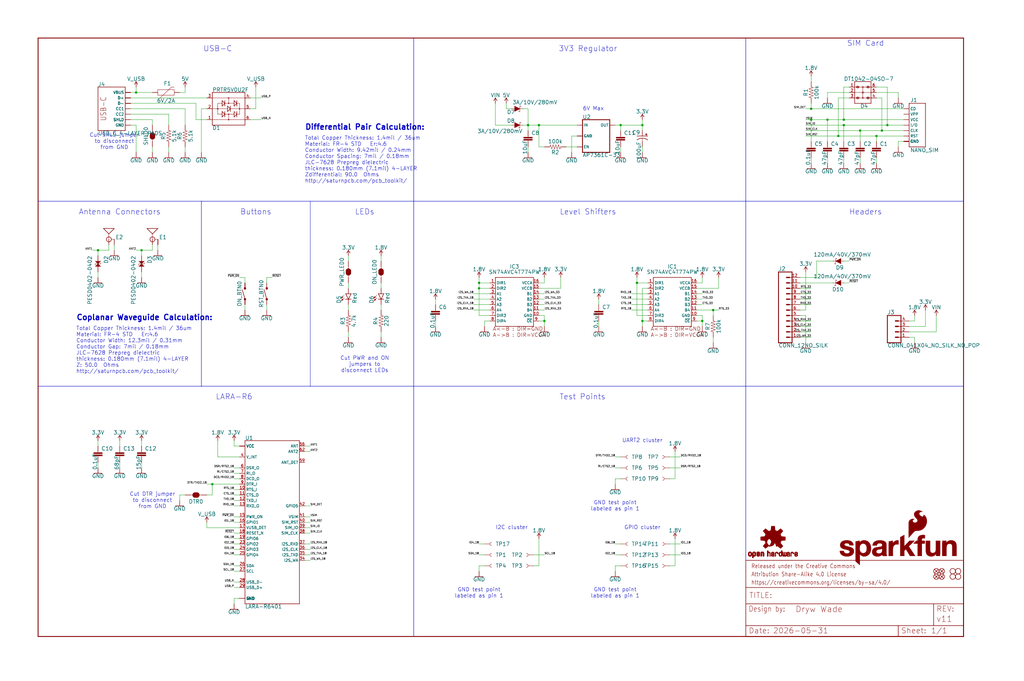
<source format=kicad_sch>
(kicad_sch (version 20231120) (generator "eeschema") (generator_version "8.0")
  (paper "User" 477.774 317.906)
  (lib_symbols
    (symbol "SparkFun_LTE_Stick_LARA_R6-eagle-import:0.1UF-0603-25V-5%"
      (property "Reference" "C" (at 1.524 2.921 0))
      (symbol "0.1UF-0603-25V-5%_1_0"
        (pin passive line (at 0 5.08 270) (length 2.54) (name "1") (number "1"))
        (pin passive line (at 0 -2.54 90) (length 2.54) (name "2") (number "2"))
      )
    )
    (symbol "SparkFun_LTE_Stick_LARA_R6-eagle-import:1.8V" (power)
      (symbol "1.8V_1_0"
        (pin power_in line (at 0 0 90) (length 2.54) (name "1.8V") (number "1"))
      )
    )
    (symbol "SparkFun_LTE_Stick_LARA_R6-eagle-import:100KOHM-0603-1/10W-1%"
      (property "Reference" "R" (at 0 1.524 0))
      (symbol "100KOHM-0603-1/10W-1%_1_0"
        (pin passive line (at -5.08 0 0) (length 2.54) (name "1") (number "1"))
        (pin passive line (at 5.08 0 180) (length 2.54) (name "2") (number "2"))
      )
    )
    (symbol "SparkFun_LTE_Stick_LARA_R6-eagle-import:100UF-POLAR-25V-20%(ELEC)"
      (property "Reference" "C" (at 1.016 0.635 0))
      (symbol "100UF-POLAR-25V-20%(ELEC)_1_0"
        (pin passive line (at 0 2.54 270) (length 2.54) (name "+") (number "+"))
        (pin passive line (at 0 -5.08 90) (length 2.54) (name "-") (number "-"))
      )
    )
    (symbol "SparkFun_LTE_Stick_LARA_R6-eagle-import:10UF-0805-25V-10%"
      (property "Reference" "C" (at 1.524 2.921 0))
      (symbol "10UF-0805-25V-10%_1_0"
        (pin passive line (at 0 5.08 270) (length 2.54) (name "1") (number "1"))
        (pin passive line (at 0 -2.54 90) (length 2.54) (name "2") (number "2"))
      )
    )
    (symbol "SparkFun_LTE_Stick_LARA_R6-eagle-import:15PF-0603-50V-5%"
      (property "Reference" "C" (at 1.524 2.921 0))
      (symbol "15PF-0603-50V-5%_1_0"
        (pin passive line (at 0 5.08 270) (length 2.54) (name "1") (number "1"))
        (pin passive line (at 0 -2.54 90) (length 2.54) (name "2") (number "2"))
      )
    )
    (symbol "SparkFun_LTE_Stick_LARA_R6-eagle-import:220OHM-0603-1/10W-1%"
      (property "Reference" "R" (at 0 1.524 0))
      (symbol "220OHM-0603-1/10W-1%_1_0"
        (pin passive line (at -5.08 0 0) (length 2.54) (name "1") (number "1"))
        (pin passive line (at 5.08 0 180) (length 2.54) (name "2") (number "2"))
      )
    )
    (symbol "SparkFun_LTE_Stick_LARA_R6-eagle-import:3.3V" (power)
      (symbol "3.3V_1_0"
        (pin power_in line (at 0 0 90) (length 2.54) (name "3.3V") (number "1"))
      )
    )
    (symbol "SparkFun_LTE_Stick_LARA_R6-eagle-import:4.7KOHM-0603-1/10W-1%"
      (property "Reference" "R" (at 0 1.524 0))
      (symbol "4.7KOHM-0603-1/10W-1%_1_0"
        (pin passive line (at -5.08 0 0) (length 2.54) (name "1") (number "1"))
        (pin passive line (at 5.08 0 180) (length 2.54) (name "2") (number "2"))
      )
    )
    (symbol "SparkFun_LTE_Stick_LARA_R6-eagle-import:47PF-0603-50V-5%"
      (property "Reference" "C" (at 1.524 2.921 0))
      (symbol "47PF-0603-50V-5%_1_0"
        (pin passive line (at 0 5.08 270) (length 2.54) (name "1") (number "1"))
        (pin passive line (at 0 -2.54 90) (length 2.54) (name "2") (number "2"))
      )
    )
    (symbol "SparkFun_LTE_Stick_LARA_R6-eagle-import:5.1KOHM5.1KOHM-0603-1/10W-1%"
      (property "Reference" "R" (at 0 1.524 0))
      (symbol "5.1KOHM5.1KOHM-0603-1/10W-1%_1_0"
        (pin passive line (at -5.08 0 0) (length 2.54) (name "1") (number "1"))
        (pin passive line (at 5.08 0 180) (length 2.54) (name "2") (number "2"))
      )
    )
    (symbol "SparkFun_LTE_Stick_LARA_R6-eagle-import:5V" (power)
      (symbol "5V_1_0"
        (pin power_in line (at 0 0 90) (length 2.54) (name "5V") (number "1"))
      )
    )
    (symbol "SparkFun_LTE_Stick_LARA_R6-eagle-import:68PF-0603-50V-5%"
      (property "Reference" "C" (at 1.524 2.921 0))
      (symbol "68PF-0603-50V-5%_1_0"
        (pin passive line (at 0 5.08 270) (length 2.54) (name "1") (number "1"))
        (pin passive line (at 0 -2.54 90) (length 2.54) (name "2") (number "2"))
      )
    )
    (symbol "SparkFun_LTE_Stick_LARA_R6-eagle-import:ANTENNA-SMA-GROUNDEDEDGE_SMA"
      (property "Reference" "E" (at 3.048 0 0))
      (symbol "ANTENNA-SMA-GROUNDEDEDGE_SMA_1_0"
        (pin bidirectional line (at 2.54 -2.54 90) (length 2.54) (name "GND") (number "GND@0"))
        (pin bidirectional line (at 2.54 -2.54 90) (length 2.54) (name "GND") (number "GND@1"))
        (pin bidirectional line (at 2.54 -2.54 90) (length 2.54) (name "GND") (number "GND@2"))
        (pin bidirectional line (at 2.54 -2.54 90) (length 2.54) (name "GND") (number "GND@3"))
        (pin bidirectional line (at 0 -2.54 90) (length 2.54) (name "SIGNAL") (number "SIG"))
      )
    )
    (symbol "SparkFun_LTE_Stick_LARA_R6-eagle-import:AP7361C-33FGEUDFN-8"
      (property "Reference" "U" (at -7.62 7.874 0))
      (symbol "AP7361C-33FGEUDFN-8_1_0"
        (pin output line (at 7.62 5.08 180) (length 2.54) (name "OUT") (number "1"))
        (pin input line (at -10.16 0 0) (length 2.54) (name "GND") (number "4"))
        (pin bidirectional line (at -10.16 -5.08 0) (length 2.54) (name "EN") (number "5"))
        (pin input line (at -10.16 5.08 0) (length 2.54) (name "IN") (number "8"))
        (pin input line (at -10.16 0 0) (length 2.54) (name "GND") (number "EP"))
      )
    )
    (symbol "SparkFun_LTE_Stick_LARA_R6-eagle-import:CONN_041X04_NO_SILK_NO_POP"
      (property "Reference" "J" (at -5.08 8.128 0))
      (symbol "CONN_041X04_NO_SILK_NO_POP_1_0"
        (pin passive line (at 5.08 -2.54 180) (length 5.08) (name "1") (number "1"))
        (pin passive line (at 5.08 0 180) (length 5.08) (name "2") (number "2"))
        (pin passive line (at 5.08 2.54 180) (length 5.08) (name "3") (number "3"))
        (pin passive line (at 5.08 5.08 180) (length 5.08) (name "4") (number "4"))
      )
    )
    (symbol "SparkFun_LTE_Stick_LARA_R6-eagle-import:CONN_12NO_SILK"
      (property "Reference" "J" (at 0 15.748 0))
      (symbol "CONN_12NO_SILK_1_0"
        (pin passive line (at 10.16 -15.24 180) (length 5.08) (name "1") (number "1"))
        (pin passive line (at 10.16 7.62 180) (length 5.08) (name "10") (number "10"))
        (pin passive line (at 10.16 10.16 180) (length 5.08) (name "11") (number "11"))
        (pin passive line (at 10.16 12.7 180) (length 5.08) (name "12") (number "12"))
        (pin passive line (at 10.16 -12.7 180) (length 5.08) (name "2") (number "2"))
        (pin passive line (at 10.16 -10.16 180) (length 5.08) (name "3") (number "3"))
        (pin passive line (at 10.16 -7.62 180) (length 5.08) (name "4") (number "4"))
        (pin passive line (at 10.16 -5.08 180) (length 5.08) (name "5") (number "5"))
        (pin passive line (at 10.16 -2.54 180) (length 5.08) (name "6") (number "6"))
        (pin passive line (at 10.16 0 180) (length 5.08) (name "7") (number "7"))
        (pin passive line (at 10.16 2.54 180) (length 5.08) (name "8") (number "8"))
        (pin passive line (at 10.16 5.08 180) (length 5.08) (name "9") (number "9"))
      )
    )
    (symbol "SparkFun_LTE_Stick_LARA_R6-eagle-import:DIODE-SCHOTTKY-BAT60A"
      (property "Reference" "D" (at -2.54 2.032 0))
      (symbol "DIODE-SCHOTTKY-BAT60A_1_0"
        (pin passive line (at -2.54 0 0) (length 0) (name "A") (number "A"))
        (pin passive line (at 2.54 0 180) (length 0) (name "C") (number "C"))
      )
    )
    (symbol "SparkFun_LTE_Stick_LARA_R6-eagle-import:DIODE-SCHOTTKY-RB751S40"
      (property "Reference" "D" (at -2.54 2.032 0))
      (symbol "DIODE-SCHOTTKY-RB751S40_1_0"
        (pin passive line (at -2.54 0 0) (length 0) (name "A") (number "A"))
        (pin passive line (at 2.54 0 180) (length 0) (name "C") (number "C"))
      )
    )
    (symbol "SparkFun_LTE_Stick_LARA_R6-eagle-import:FIDUCIAL1X2")
    (symbol "SparkFun_LTE_Stick_LARA_R6-eagle-import:FRAME-LEDGER"
      (symbol "FRAME-LEDGER_2_0"
        (text "${#}/${##}" (at 86.36 1.27 0) (effects (font (size 2.54 2.54)) (justify left bottom)))
        (text "${CURRENT_DATE}" (at 12.7 1.27 0) (effects (font (size 2.54 2.54)) (justify left bottom)))
        (text "${DESIGNER}" (at 23.114 11.176 0) (effects (font (size 2.7432 2.7432)) (justify left bottom)))
        (text "${PROJECTNAME}" (at 15.494 17.78 0) (effects (font (size 2.7432 2.7432)) (justify left bottom)))
        (text "${REV}" (at 88.9 6.604 0) (effects (font (size 2.7432 2.7432)) (justify left bottom)))
        (text "Attribution Share-Alike 4.0 License" (at 2.54 27.94 0) (effects (font (size 1.9304 1.6408)) (justify left bottom)))
        (text "Date:" (at 1.27 1.27 0) (effects (font (size 2.54 2.54)) (justify left bottom)))
        (text "Design by:" (at 1.27 11.43 0) (effects (font (size 2.54 2.159)) (justify left bottom)))
        (text "https://creativecommons.org/licenses/by-sa/4.0/" (at 2.54 24.13 0) (effects (font (size 1.9304 1.6408)) (justify left bottom)))
        (text "Released under the Creative Commons" (at 2.54 31.75 0) (effects (font (size 1.9304 1.6408)) (justify left bottom)))
        (text "REV:" (at 88.9 11.43 0) (effects (font (size 2.54 2.54)) (justify left bottom)))
        (text "Sheet:" (at 72.39 1.27 0) (effects (font (size 2.54 2.54)) (justify left bottom)))
        (text "TITLE:" (at 1.524 17.78 0) (effects (font (size 2.54 2.54)) (justify left bottom)))
      )
    )
    (symbol "SparkFun_LTE_Stick_LARA_R6-eagle-import:GND" (power)
      (symbol "GND_1_0"
        (pin power_in line (at 0 2.54 270) (length 2.54) (name "GND") (number "1"))
      )
    )
    (symbol "SparkFun_LTE_Stick_LARA_R6-eagle-import:JUMPER-SMT_2_NC_TRACE_SILK"
      (property "Reference" "JP" (at 0 3.048 0))
      (symbol "JUMPER-SMT_2_NC_TRACE_SILK_1_0"
        (pin passive line (at -5.08 0 0) (length 2.54) (name "1") (number "1"))
        (pin passive line (at 5.08 0 180) (length 2.54) (name "2") (number "2"))
      )
    )
    (symbol "SparkFun_LTE_Stick_LARA_R6-eagle-import:LARA-R6_R6401_USA"
      (symbol "LARA-R6_R6401_USA_1_0"
        (pin power_in line (at -15.24 -38.1 0) (length 2.54) (name "GND") (number "1"))
        (pin input line (at -15.24 12.7 0) (length 2.54) (name "RTS_I") (number "10"))
        (pin output line (at -15.24 10.16 0) (length 2.54) (name "CTS_O") (number "11"))
        (pin input line (at -15.24 7.62 0) (length 2.54) (name "TXD_I") (number "12"))
        (pin output line (at -15.24 5.08 0) (length 2.54) (name "RXD_O") (number "13"))
        (pin power_in line (at -15.24 -38.1 0) (length 2.54) (name "GND") (number "14"))
        (pin input line (at -15.24 0 0) (length 2.54) (name "PWR_ON") (number "15"))
        (pin bidirectional line (at -15.24 -2.54 0) (length 2.54) (name "GPIO1") (number "16"))
        (pin input line (at -15.24 -5.08 0) (length 2.54) (name "VUSB_DET") (number "17"))
        (pin input line (at -15.24 -7.62 0) (length 2.54) (name "RESET_N") (number "18"))
        (pin bidirectional line (at -15.24 -10.16 0) (length 2.54) (name "GPIO6") (number "19"))
        (pin power_in line (at -15.24 -38.1 0) (length 2.54) (name "GND") (number "20"))
        (pin power_in line (at -15.24 -38.1 0) (length 2.54) (name "GND") (number "21"))
        (pin power_in line (at -15.24 -38.1 0) (length 2.54) (name "GND") (number "22"))
        (pin bidirectional line (at -15.24 -12.7 0) (length 2.54) (name "GPIO2") (number "23"))
        (pin bidirectional line (at -15.24 -15.24 0) (length 2.54) (name "GPIO3") (number "24"))
        (pin bidirectional line (at -15.24 -17.78 0) (length 2.54) (name "GPIO4") (number "25"))
        (pin bidirectional line (at -15.24 -22.86 0) (length 2.54) (name "SDA") (number "26"))
        (pin bidirectional line (at -15.24 -25.4 0) (length 2.54) (name "SCL") (number "27"))
        (pin bidirectional line (at -15.24 -30.48 0) (length 2.54) (name "USB_D-") (number "28"))
        (pin bidirectional line (at -15.24 -33.02 0) (length 2.54) (name "USB_D+") (number "29"))
        (pin power_in line (at -15.24 -38.1 0) (length 2.54) (name "GND") (number "3"))
        (pin power_in line (at -15.24 -38.1 0) (length 2.54) (name "GND") (number "30"))
        (pin power_in line (at -15.24 -38.1 0) (length 2.54) (name "GND") (number "32"))
        (pin output line (at 15.24 -20.32 180) (length 2.54) (name "I2S_WA") (number "34"))
        (pin output line (at 15.24 -17.78 180) (length 2.54) (name "I2S_TXD") (number "35"))
        (pin output line (at 15.24 -15.24 180) (length 2.54) (name "I2S_CLK") (number "36"))
        (pin input line (at 15.24 -12.7 180) (length 2.54) (name "I2S_RXD") (number "37"))
        (pin output line (at 15.24 -7.62 180) (length 2.54) (name "SIM_CLK") (number "38"))
        (pin bidirectional line (at 15.24 -5.08 180) (length 2.54) (name "SIM_IO") (number "39"))
        (pin output line (at -15.24 27.94 0) (length 2.54) (name "V_INT") (number "4"))
        (pin output line (at 15.24 -2.54 180) (length 2.54) (name "SIM_RST") (number "40"))
        (pin output line (at 15.24 0 180) (length 2.54) (name "VSIM") (number "41"))
        (pin bidirectional line (at 15.24 5.08 180) (length 2.54) (name "GPIO5") (number "42"))
        (pin power_in line (at -15.24 -38.1 0) (length 2.54) (name "GND") (number "43"))
        (pin power_in line (at -15.24 -38.1 0) (length 2.54) (name "GND") (number "5"))
        (pin power_in line (at -15.24 -38.1 0) (length 2.54) (name "GND") (number "50"))
        (pin power_in line (at -15.24 33.02 0) (length 2.54) (name "VCC") (number "51"))
        (pin power_in line (at -15.24 33.02 0) (length 2.54) (name "VCC") (number "52"))
        (pin power_in line (at -15.24 33.02 0) (length 2.54) (name "VCC") (number "53"))
        (pin power_in line (at -15.24 -38.1 0) (length 2.54) (name "GND") (number "54"))
        (pin power_in line (at -15.24 -38.1 0) (length 2.54) (name "GND") (number "55"))
        (pin bidirectional line (at 15.24 33.02 180) (length 2.54) (name "ANT") (number "56"))
        (pin power_in line (at -15.24 -38.1 0) (length 2.54) (name "GND") (number "57"))
        (pin power_in line (at -15.24 -38.1 0) (length 2.54) (name "GND") (number "58"))
        (pin input line (at 15.24 25.4 180) (length 2.54) (name "ANT_DET") (number "59"))
        (pin output line (at -15.24 22.86 0) (length 2.54) (name "DSR_O") (number "6"))
        (pin power_in line (at -15.24 -38.1 0) (length 2.54) (name "GND") (number "60"))
        (pin power_in line (at -15.24 -38.1 0) (length 2.54) (name "GND") (number "61"))
        (pin bidirectional line (at 15.24 30.48 180) (length 2.54) (name "ANT2") (number "62"))
        (pin power_in line (at -15.24 -38.1 0) (length 2.54) (name "GND") (number "63"))
        (pin power_in line (at -15.24 -38.1 0) (length 2.54) (name "GND") (number "64"))
        (pin power_in line (at -15.24 -38.1 0) (length 2.54) (name "GND") (number "65"))
        (pin power_in line (at -15.24 -38.1 0) (length 2.54) (name "GND") (number "66"))
        (pin power_in line (at -15.24 -38.1 0) (length 2.54) (name "GND") (number "67"))
        (pin power_in line (at -15.24 -38.1 0) (length 2.54) (name "GND") (number "68"))
        (pin power_in line (at -15.24 -38.1 0) (length 2.54) (name "GND") (number "69"))
        (pin output line (at -15.24 20.32 0) (length 2.54) (name "RI_O") (number "7"))
        (pin power_in line (at -15.24 -38.1 0) (length 2.54) (name "GND") (number "70"))
        (pin power_in line (at -15.24 -38.1 0) (length 2.54) (name "GND") (number "71"))
        (pin power_in line (at -15.24 -38.1 0) (length 2.54) (name "GND") (number "72"))
        (pin power_in line (at -15.24 -38.1 0) (length 2.54) (name "GND") (number "73"))
        (pin power_in line (at -15.24 -38.1 0) (length 2.54) (name "GND") (number "74"))
        (pin power_in line (at -15.24 -38.1 0) (length 2.54) (name "GND") (number "75"))
        (pin power_in line (at -15.24 -38.1 0) (length 2.54) (name "GND") (number "76"))
        (pin power_in line (at -15.24 -38.1 0) (length 2.54) (name "GND") (number "77"))
        (pin power_in line (at -15.24 -38.1 0) (length 2.54) (name "GND") (number "78"))
        (pin power_in line (at -15.24 -38.1 0) (length 2.54) (name "GND") (number "79"))
        (pin output line (at -15.24 17.78 0) (length 2.54) (name "DCD_O") (number "8"))
        (pin power_in line (at -15.24 -38.1 0) (length 2.54) (name "GND") (number "80"))
        (pin power_in line (at -15.24 -38.1 0) (length 2.54) (name "GND") (number "81"))
        (pin power_in line (at -15.24 -38.1 0) (length 2.54) (name "GND") (number "82"))
        (pin power_in line (at -15.24 -38.1 0) (length 2.54) (name "GND") (number "83"))
        (pin power_in line (at -15.24 -38.1 0) (length 2.54) (name "GND") (number "84"))
        (pin power_in line (at -15.24 -38.1 0) (length 2.54) (name "GND") (number "85"))
        (pin power_in line (at -15.24 -38.1 0) (length 2.54) (name "GND") (number "86"))
        (pin power_in line (at -15.24 -38.1 0) (length 2.54) (name "GND") (number "87"))
        (pin power_in line (at -15.24 -38.1 0) (length 2.54) (name "GND") (number "88"))
        (pin power_in line (at -15.24 -38.1 0) (length 2.54) (name "GND") (number "89"))
        (pin input line (at -15.24 15.24 0) (length 2.54) (name "DTR_I") (number "9"))
        (pin power_in line (at -15.24 -38.1 0) (length 2.54) (name "GND") (number "90"))
        (pin power_in line (at -15.24 -38.1 0) (length 2.54) (name "GND") (number "91"))
        (pin power_in line (at -15.24 -38.1 0) (length 2.54) (name "GND") (number "92"))
        (pin power_in line (at -15.24 -38.1 0) (length 2.54) (name "GND") (number "93"))
        (pin power_in line (at -15.24 -38.1 0) (length 2.54) (name "GND") (number "94"))
        (pin power_in line (at -15.24 -38.1 0) (length 2.54) (name "GND") (number "95"))
        (pin power_in line (at -15.24 -38.1 0) (length 2.54) (name "GND") (number "96"))
      )
    )
    (symbol "SparkFun_LTE_Stick_LARA_R6-eagle-import:LED-RED_0603-KB"
      (property "Reference" "D" (at -3.429 -4.572 90))
      (symbol "LED-RED_0603-KB_1_0"
        (pin passive line (at 0 2.54 270) (length 2.54) (name "A") (number "A"))
        (pin passive line (at 0 -5.08 90) (length 2.54) (name "C") (number "C"))
      )
    )
    (symbol "SparkFun_LTE_Stick_LARA_R6-eagle-import:MOMENTARY-SWITCH-SPST-SMD-4.6X2.8MM"
      (property "Reference" "S" (at 0 1.524 0))
      (symbol "MOMENTARY-SWITCH-SPST-SMD-4.6X2.8MM_1_0"
        (pin passive line (at -5.08 0 0) (length 2.54) (name "1") (number "1"))
        (pin passive line (at -5.08 0 0) (length 2.54) (name "1") (number "2"))
        (pin passive line (at 5.08 0 180) (length 2.54) (name "2") (number "3"))
        (pin passive line (at 5.08 0 180) (length 2.54) (name "2") (number "4"))
      )
    )
    (symbol "SparkFun_LTE_Stick_LARA_R6-eagle-import:OSHW-LOGOM")
    (symbol "SparkFun_LTE_Stick_LARA_R6-eagle-import:PESD0402-0402"
      (symbol "PESD0402-0402_1_0"
        (pin bidirectional line (at -2.54 0 0) (length 2.54) (name "1") (number "1"))
        (pin bidirectional line (at 5.08 0 180) (length 2.54) (name "2") (number "2"))
      )
    )
    (symbol "SparkFun_LTE_Stick_LARA_R6-eagle-import:PPTC_6V2A"
      (property "Reference" "F" (at 1.905 3.175 0))
      (symbol "PPTC_6V2A_1_0"
        (pin bidirectional line (at -5.08 0 0) (length 2.54) (name "1") (number "1"))
        (pin bidirectional line (at 7.62 0 180) (length 2.54) (name "2") (number "2"))
      )
    )
    (symbol "SparkFun_LTE_Stick_LARA_R6-eagle-import:PRTR5V0U2F"
      (symbol "PRTR5V0U2F_1_0"
        (pin bidirectional line (at -10.16 5.08 0) (length 2.54) (name "1") (number "1"))
        (pin power_in line (at -10.16 0 0) (length 2.54) (name "2") (number "2"))
        (pin bidirectional line (at -10.16 -5.08 0) (length 2.54) (name "3") (number "3"))
        (pin bidirectional line (at 10.16 -5.08 180) (length 2.54) (name "4") (number "4"))
        (pin power_in line (at 10.16 0 180) (length 2.54) (name "5") (number "5"))
        (pin bidirectional line (at 10.16 5.08 180) (length 2.54) (name "6") (number "6"))
      )
    )
    (symbol "SparkFun_LTE_Stick_LARA_R6-eagle-import:SFE_LOGO_NAME_FLAME.1_INCH")
    (symbol "SparkFun_LTE_Stick_LARA_R6-eagle-import:SIMHOLDER_WITH_CD-PUSHPUSH"
      (symbol "SIMHOLDER_WITH_CD-PUSHPUSH_1_0"
        (pin power_in line (at -7.62 -5.08 0) (length 2.54) (name "GND") (number "A1"))
        (pin power_in line (at -7.62 -5.08 0) (length 2.54) (name "GND") (number "A2"))
        (pin power_in line (at -7.62 -5.08 0) (length 2.54) (name "GND") (number "A3"))
        (pin power_in line (at -7.62 -5.08 0) (length 2.54) (name "GND") (number "A4"))
        (pin power_in line (at -7.62 5.08 0) (length 2.54) (name "VCC") (number "C1"))
        (pin input line (at -7.62 -2.54 0) (length 2.54) (name "RST") (number "C2"))
        (pin input line (at -7.62 0 0) (length 2.54) (name "CLK") (number "C3"))
        (pin power_in line (at -7.62 -5.08 0) (length 2.54) (name "GND") (number "C5"))
        (pin input line (at -7.62 7.62 0) (length 2.54) (name "VPP") (number "C6"))
        (pin bidirectional line (at -7.62 2.54 0) (length 2.54) (name "I/O") (number "C7"))
        (pin input line (at -7.62 10.16 0) (length 2.54) (name "CD") (number "CD"))
      )
    )
    (symbol "SparkFun_LTE_Stick_LARA_R6-eagle-import:SN74AVC4T774PW"
      (property "Reference" "IC" (at 1.27 15.24 0))
      (symbol "SN74AVC4T774PW_1_0"
        (text "A<-B : DIR=GND\nA->B : DIR=VCCA" (at -8.89 -15.24 0) (effects (font (size 1.778 1.778)) (justify left)))
        (pin input line (at -10.16 7.62 0) (length 2.54) (name "DIR1") (number "1"))
        (pin power_in line (at 12.7 -7.62 180) (length 2.54) (name "GND") (number "10"))
        (pin bidirectional line (at 12.7 -5.08 180) (length 2.54) (name "B4") (number "11"))
        (pin bidirectional line (at 12.7 -2.54 180) (length 2.54) (name "B3") (number "12"))
        (pin bidirectional line (at 12.7 0 180) (length 2.54) (name "B2") (number "13"))
        (pin bidirectional line (at 12.7 2.54 180) (length 2.54) (name "B1") (number "14"))
        (pin power_in line (at 12.7 5.08 180) (length 2.54) (name "VCCB") (number "15"))
        (pin power_in line (at 12.7 7.62 180) (length 2.54) (name "VCCA") (number "16"))
        (pin input line (at -10.16 5.08 0) (length 2.54) (name "DIR2") (number "2"))
        (pin bidirectional line (at -10.16 2.54 0) (length 2.54) (name "A1") (number "3"))
        (pin bidirectional line (at -10.16 0 0) (length 2.54) (name "A2") (number "4"))
        (pin bidirectional line (at -10.16 -2.54 0) (length 2.54) (name "A3") (number "5"))
        (pin bidirectional line (at -10.16 -5.08 0) (length 2.54) (name "A4") (number "6"))
        (pin input line (at -10.16 -7.62 0) (length 2.54) (name "DIR3") (number "7"))
        (pin input line (at -10.16 -10.16 0) (length 2.54) (name "DIR4") (number "8"))
        (pin input line (at 12.7 -10.16 180) (length 2.54) (name "~{OE}") (number "9"))
      )
    )
    (symbol "SparkFun_LTE_Stick_LARA_R6-eagle-import:STAND-OFF")
    (symbol "SparkFun_LTE_Stick_LARA_R6-eagle-import:TEST-POINT3X5"
      (symbol "TEST-POINT3X5_1_0"
        (pin bidirectional line (at 0 0 180) (length 0) (name "1") (number "1"))
      )
    )
    (symbol "SparkFun_LTE_Stick_LARA_R6-eagle-import:TVS_DIODE_ARRAY_4_ESDA6V1BC6"
      (symbol "TVS_DIODE_ARRAY_4_ESDA6V1BC6_1_0"
        (pin bidirectional line (at -5.08 2.54 0) (length 2.54) (name "1") (number "1"))
        (pin bidirectional line (at -5.08 0 0) (length 2.54) (name "2") (number "2"))
        (pin bidirectional line (at -5.08 -2.54 0) (length 2.54) (name "3") (number "3"))
        (pin bidirectional line (at 7.62 -2.54 180) (length 2.54) (name "4") (number "4"))
        (pin bidirectional line (at 7.62 0 180) (length 2.54) (name "5") (number "5"))
        (pin bidirectional line (at 7.62 2.54 180) (length 2.54) (name "6") (number "6"))
      )
    )
    (symbol "SparkFun_LTE_Stick_LARA_R6-eagle-import:USB_C_4-LAYER_PADS"
      (property "Reference" "J" (at -2.54 10.414 0))
      (symbol "USB_C_4-LAYER_PADS_1_0"
        (text "USB-C" (at 0 0 900) (effects (font (size 2.54 2.159))))
        (pin bidirectional line (at 12.7 0 180) (length 2.54) (name "CC1") (number "A5"))
        (pin bidirectional line (at 12.7 5.08 180) (length 2.54) (name "D+") (number "A6"))
        (pin bidirectional line (at 12.7 2.54 180) (length 2.54) (name "D-") (number "A7"))
        (pin bidirectional line (at 12.7 -2.54 180) (length 2.54) (name "CC2") (number "B5"))
        (pin bidirectional line (at 12.7 5.08 180) (length 2.54) (name "D+") (number "B6"))
        (pin bidirectional line (at 12.7 2.54 180) (length 2.54) (name "D-") (number "B7"))
        (pin bidirectional line (at 12.7 -7.62 180) (length 2.54) (name "GND") (number "GND"))
        (pin bidirectional line (at 12.7 -7.62 180) (length 2.54) (name "GND") (number "GND2"))
        (pin bidirectional line (at 12.7 -5.08 180) (length 2.54) (name "SHLD") (number "SHLD1"))
        (pin bidirectional line (at 12.7 -5.08 180) (length 2.54) (name "SHLD") (number "SHLD2"))
        (pin bidirectional line (at 12.7 -5.08 180) (length 2.54) (name "SHLD") (number "SHLD3"))
        (pin bidirectional line (at 12.7 -5.08 180) (length 2.54) (name "SHLD") (number "SHLD4"))
        (pin bidirectional line (at 12.7 7.62 180) (length 2.54) (name "VBUS") (number "VBUS1"))
        (pin bidirectional line (at 12.7 7.62 180) (length 2.54) (name "VBUS") (number "VBUS2"))
      )
    )
    (symbol "SparkFun_LTE_Stick_LARA_R6-eagle-import:VIN" (power)
      (symbol "VIN_1_0"
        (pin power_in line (at 0 0 90) (length 2.54) (name "VIN") (number "1"))
      )
    )
    (symbol "SparkFun_LTE_Stick_LARA_R6-eagle-import:V_USB" (power)
      (symbol "V_USB_1_0"
        (pin power_in line (at 0 0 90) (length 2.54) (name "V_USB") (number "1"))
      )
    )
  )
  (junction (at 297.18 132.08))
  (junction (at 66.04 116.84))
  (junction (at 332.74 144.78))
  (junction (at 378.46 55.88))
  (junction (at 391.16 63.5))
  (junction (at 246.38 58.42))
  (junction (at 393.7 58.42))
  (junction (at 393.7 55.88))
  (junction (at 401.32 60.96))
  (junction (at 414.02 58.42))
  (junction (at 386.08 55.88))
  (junction (at 251.46 58.42))
  (junction (at 223.52 134.62))
  (junction (at 45.72 116.84))
  (junction (at 327.66 149.86))
  (junction (at 289.56 58.42))
  (junction (at 99.06 226.06))
  (junction (at 408.94 63.5))
  (junction (at 63.5 43.18))
  (junction (at 223.52 132.08))
  (junction (at 299.72 58.42))
  (junction (at 299.72 149.86))
  (junction (at 411.48 60.96))
  (junction (at 254 149.86))
  (junction (at 378.46 50.8))
  (wire (pts (xy 408.94 63.5) (xy 391.16 63.5)) (stroke (width 0.1524)))
  (wire (pts (xy 71.12 116.84) (xy 71.12 114.3)) (stroke (width 0.1524)))
  (wire (pts (xy 314.96 223.52) (xy 314.96 210.82)) (stroke (width 0.1524)))
  (wire (pts (xy 289.56 259.08) (xy 287.02 259.08)) (stroke (width 0.1524)))
  (wire (pts (xy 124.46 132.08) (xy 124.46 129.54)) (stroke (width 0.1524)))
  (wire (pts (xy 111.76 241.3) (xy 109.22 241.3)) (stroke (width 0.1524)))
  (wire (pts (xy 93.98 50.8) (xy 96.52 50.8)) (stroke (width 0.1524)))
  (wire (pts (xy 116.84 55.88) (xy 121.92 55.88)) (stroke (width 0.1524)))
  (wire (pts (xy 203.2 139.7) (xy 203.2 142.24)) (stroke (width 0.1524)))
  (wire (pts (xy 248.92 259.08) (xy 254 259.08)) (stroke (width 0.1524)))
  (wire (pts (xy 251.46 264.16) (xy 251.46 251.46)) (stroke (width 0.1524)))
  (wire (pts (xy 378.46 76.2) (xy 378.46 73.66)) (stroke (width 0.1524)))
  (wire (pts (xy 414.02 58.42) (xy 393.7 58.42)) (stroke (width 0.1524)))
  (wire (pts (xy 426.72 149.86) (xy 426.72 147.32)) (stroke (width 0.1524)))
  (wire (pts (xy 111.76 208.28) (xy 109.22 208.28)) (stroke (width 0.1524)))
  (polyline (pts (xy 193.04 93.98) (xy 193.04 17.78)) (stroke (width 0.2032) (type solid)))
  (wire (pts (xy 66.04 205.74) (xy 66.04 208.28)) (stroke (width 0.1524)))
  (wire (pts (xy 426.72 157.48) (xy 424.18 157.48)) (stroke (width 0.1524)))
  (wire (pts (xy 289.56 60.96) (xy 289.56 58.42)) (stroke (width 0.1524)))
  (wire (pts (xy 431.8 144.78) (xy 431.8 152.4)) (stroke (width 0.1524)))
  (wire (pts (xy 299.72 152.4) (xy 299.72 149.86)) (stroke (width 0.1524)))
  (wire (pts (xy 142.24 208.28) (xy 144.78 208.28)) (stroke (width 0.1524)))
  (wire (pts (xy 327.66 132.08) (xy 327.66 129.54)) (stroke (width 0.1524)))
  (wire (pts (xy 228.6 134.62) (xy 223.52 134.62)) (stroke (width 0.1524)))
  (wire (pts (xy 419.1 66.04) (xy 421.64 66.04)) (stroke (width 0.1524)))
  (wire (pts (xy 287.02 58.42) (xy 289.56 58.42)) (stroke (width 0.1524)))
  (wire (pts (xy 114.3 129.54) (xy 111.76 129.54)) (stroke (width 0.1524)))
  (wire (pts (xy 111.76 218.44) (xy 109.22 218.44)) (stroke (width 0.1524)))
  (wire (pts (xy 408.94 45.72) (xy 411.48 45.72)) (stroke (width 0.1524)))
  (wire (pts (xy 111.76 259.08) (xy 109.22 259.08)) (stroke (width 0.1524)))
  (wire (pts (xy 381 129.54) (xy 381 121.92)) (stroke (width 0.1524)))
  (wire (pts (xy 289.56 254) (xy 287.02 254)) (stroke (width 0.1524)))
  (wire (pts (xy 228.6 144.78) (xy 220.98 144.78)) (stroke (width 0.1524)))
  (wire (pts (xy 226.06 254) (xy 223.52 254)) (stroke (width 0.1524)))
  (wire (pts (xy 421.64 60.96) (xy 411.48 60.96)) (stroke (width 0.1524)))
  (wire (pts (xy 111.76 248.92) (xy 109.22 248.92)) (stroke (width 0.1524)))
  (wire (pts (xy 408.94 40.64) (xy 414.02 40.64)) (stroke (width 0.1524)))
  (wire (pts (xy 411.48 45.72) (xy 411.48 60.96)) (stroke (width 0.1524)))
  (wire (pts (xy 251.46 132.08) (xy 254 132.08)) (stroke (width 0.1524)))
  (wire (pts (xy 401.32 76.2) (xy 401.32 73.66)) (stroke (width 0.1524)))
  (wire (pts (xy 251.46 144.78) (xy 254 144.78)) (stroke (width 0.1524)))
  (wire (pts (xy 111.76 236.22) (xy 109.22 236.22)) (stroke (width 0.1524)))
  (wire (pts (xy 66.04 218.44) (xy 66.04 215.9)) (stroke (width 0.1524)))
  (wire (pts (xy 78.74 58.42) (xy 78.74 53.34)) (stroke (width 0.1524)))
  (wire (pts (xy 142.24 210.82) (xy 144.78 210.82)) (stroke (width 0.1524)))
  (wire (pts (xy 246.38 71.12) (xy 246.38 68.58)) (stroke (width 0.1524)))
  (wire (pts (xy 302.26 139.7) (xy 294.64 139.7)) (stroke (width 0.1524)))
  (wire (pts (xy 289.56 71.12) (xy 289.56 68.58)) (stroke (width 0.1524)))
  (wire (pts (xy 312.42 218.44) (xy 317.5 218.44)) (stroke (width 0.1524)))
  (wire (pts (xy 60.96 50.8) (xy 86.36 50.8)) (stroke (width 0.1524)))
  (wire (pts (xy 414.02 40.64) (xy 414.02 58.42)) (stroke (width 0.1524)))
  (wire (pts (xy 91.44 48.26) (xy 91.44 55.88)) (stroke (width 0.1524)))
  (wire (pts (xy 312.42 259.08) (xy 317.5 259.08)) (stroke (width 0.1524)))
  (wire (pts (xy 111.76 271.78) (xy 109.22 271.78)) (stroke (width 0.1524)))
  (wire (pts (xy 45.72 205.74) (xy 45.72 208.28)) (stroke (width 0.1524)))
  (wire (pts (xy 393.7 76.2) (xy 393.7 73.66)) (stroke (width 0.1524)))
  (wire (pts (xy 111.76 246.38) (xy 96.52 246.38)) (stroke (width 0.1524)))
  (wire (pts (xy 203.2 152.4) (xy 203.2 149.86)) (stroke (width 0.1524)))
  (wire (pts (xy 254 68.58) (xy 251.46 68.58)) (stroke (width 0.1524)))
  (wire (pts (xy 101.6 213.36) (xy 101.6 205.74)) (stroke (width 0.1524)))
  (wire (pts (xy 289.56 218.44) (xy 287.02 218.44)) (stroke (width 0.1524)))
  (wire (pts (xy 332.74 147.32) (xy 332.74 144.78)) (stroke (width 0.1524)))
  (wire (pts (xy 223.52 134.62) (xy 223.52 132.08)) (stroke (width 0.1524)))
  (wire (pts (xy 119.38 50.8) (xy 116.84 50.8)) (stroke (width 0.1524)))
  (wire (pts (xy 287.02 223.52) (xy 289.56 223.52)) (stroke (width 0.1524)))
  (wire (pts (xy 50.8 116.84) (xy 50.8 114.3)) (stroke (width 0.1524)))
  (wire (pts (xy 246.38 60.96) (xy 246.38 58.42)) (stroke (width 0.1524)))
  (wire (pts (xy 111.76 231.14) (xy 109.22 231.14)) (stroke (width 0.1524)))
  (wire (pts (xy 111.76 223.52) (xy 109.22 223.52)) (stroke (width 0.1524)))
  (wire (pts (xy 325.12 139.7) (xy 327.66 139.7)) (stroke (width 0.1524)))
  (wire (pts (xy 386.08 55.88) (xy 378.46 55.88)) (stroke (width 0.1524)))
  (wire (pts (xy 302.26 142.24) (xy 294.64 142.24)) (stroke (width 0.1524)))
  (wire (pts (xy 386.08 45.72) (xy 386.08 43.18)) (stroke (width 0.1524)))
  (wire (pts (xy 302.26 134.62) (xy 299.72 134.62)) (stroke (width 0.1524)))
  (wire (pts (xy 332.74 144.78) (xy 335.28 144.78)) (stroke (width 0.1524)))
  (polyline (pts (xy 193.04 93.98) (xy 347.98 93.98)) (stroke (width 0.2032) (type solid)))
  (wire (pts (xy 251.46 134.62) (xy 261.62 134.62)) (stroke (width 0.1524)))
  (wire (pts (xy 226.06 149.86) (xy 226.06 152.4)) (stroke (width 0.1524)))
  (wire (pts (xy 421.64 55.88) (xy 393.7 55.88)) (stroke (width 0.1524)))
  (wire (pts (xy 299.72 149.86) (xy 302.26 149.86)) (stroke (width 0.1524)))
  (wire (pts (xy 325.12 137.16) (xy 327.66 137.16)) (stroke (width 0.1524)))
  (polyline (pts (xy 193.04 180.34) (xy 144.78 180.34)) (stroke (width 0.2032) (type solid)))
  (wire (pts (xy 373.38 144.78) (xy 375.92 144.78)) (stroke (width 0.1524)))
  (wire (pts (xy 289.56 58.42) (xy 299.72 58.42)) (stroke (width 0.1524)))
  (wire (pts (xy 393.7 121.92) (xy 396.24 121.92)) (stroke (width 0.1524)))
  (wire (pts (xy 421.64 58.42) (xy 414.02 58.42)) (stroke (width 0.1524)))
  (wire (pts (xy 162.56 119.38) (xy 162.56 121.92)) (stroke (width 0.1524)))
  (wire (pts (xy 111.76 243.84) (xy 109.22 243.84)) (stroke (width 0.1524)))
  (wire (pts (xy 381 121.92) (xy 388.62 121.92)) (stroke (width 0.1524)))
  (polyline (pts (xy 144.78 180.34) (xy 144.78 93.98)) (stroke (width 0.1524) (type solid)))
  (wire (pts (xy 373.38 129.54) (xy 381 129.54)) (stroke (width 0.1524)))
  (wire (pts (xy 228.6 132.08) (xy 223.52 132.08)) (stroke (width 0.1524)))
  (wire (pts (xy 111.76 226.06) (xy 99.06 226.06)) (stroke (width 0.1524)))
  (wire (pts (xy 45.72 119.38) (xy 45.72 116.84)) (stroke (width 0.1524)))
  (wire (pts (xy 375.92 144.78) (xy 375.92 127)) (stroke (width 0.1524)))
  (wire (pts (xy 327.66 149.86) (xy 327.66 147.32)) (stroke (width 0.1524)))
  (wire (pts (xy 411.48 60.96) (xy 401.32 60.96)) (stroke (width 0.1524)))
  (wire (pts (xy 373.38 147.32) (xy 375.92 147.32)) (stroke (width 0.1524)))
  (wire (pts (xy 302.26 132.08) (xy 297.18 132.08)) (stroke (width 0.1524)))
  (wire (pts (xy 71.12 55.88) (xy 60.96 55.88)) (stroke (width 0.1524)))
  (wire (pts (xy 391.16 45.72) (xy 391.16 63.5)) (stroke (width 0.1524)))
  (polyline (pts (xy 193.04 180.34) (xy 193.04 93.98)) (stroke (width 0.2032) (type solid)))
  (wire (pts (xy 142.24 236.22) (xy 144.78 236.22)) (stroke (width 0.1524)))
  (wire (pts (xy 142.24 243.84) (xy 144.78 243.84)) (stroke (width 0.1524)))
  (wire (pts (xy 231.14 58.42) (xy 231.14 48.26)) (stroke (width 0.1524)))
  (wire (pts (xy 111.76 251.46) (xy 109.22 251.46)) (stroke (width 0.1524)))
  (wire (pts (xy 312.42 223.52) (xy 314.96 223.52)) (stroke (width 0.1524)))
  (wire (pts (xy 408.94 43.18) (xy 419.1 43.18)) (stroke (width 0.1524)))
  (wire (pts (xy 223.52 147.32) (xy 223.52 134.62)) (stroke (width 0.1524)))
  (wire (pts (xy 246.38 58.42) (xy 246.38 50.8)) (stroke (width 0.1524)))
  (wire (pts (xy 223.52 266.7) (xy 223.52 264.16)) (stroke (width 0.1524)))
  (wire (pts (xy 86.36 71.12) (xy 86.36 68.58)) (stroke (width 0.1524)))
  (wire (pts (xy 299.72 55.88) (xy 299.72 58.42)) (stroke (width 0.1524)))
  (polyline (pts (xy 93.98 180.34) (xy 17.78 180.34)) (stroke (width 0.2032) (type solid)))
  (wire (pts (xy 86.36 43.18) (xy 86.36 40.64)) (stroke (width 0.1524)))
  (wire (pts (xy 246.38 58.42) (xy 251.46 58.42)) (stroke (width 0.1524)))
  (wire (pts (xy 421.64 50.8) (xy 378.46 50.8)) (stroke (width 0.1524)))
  (wire (pts (xy 312.42 254) (xy 317.5 254)) (stroke (width 0.1524)))
  (wire (pts (xy 83.82 43.18) (xy 86.36 43.18)) (stroke (width 0.1524)))
  (wire (pts (xy 111.76 274.32) (xy 109.22 274.32)) (stroke (width 0.1524)))
  (wire (pts (xy 114.3 144.78) (xy 114.3 142.24)) (stroke (width 0.1524)))
  (wire (pts (xy 251.46 58.42) (xy 269.24 58.42)) (stroke (width 0.1524)))
  (wire (pts (xy 251.46 137.16) (xy 254 137.16)) (stroke (width 0.1524)))
  (wire (pts (xy 264.16 68.58) (xy 269.24 68.58)) (stroke (width 0.1524)))
  (wire (pts (xy 419.1 68.58) (xy 419.1 66.04)) (stroke (width 0.1524)))
  (wire (pts (xy 55.88 218.44) (xy 55.88 215.9)) (stroke (width 0.1524)))
  (wire (pts (xy 335.28 134.62) (xy 335.28 129.54)) (stroke (width 0.1524)))
  (wire (pts (xy 299.72 58.42) (xy 299.72 60.96)) (stroke (width 0.1524)))
  (wire (pts (xy 373.38 152.4) (xy 378.46 152.4)) (stroke (width 0.1524)))
  (polyline (pts (xy 193.04 93.98) (xy 144.78 93.98)) (stroke (width 0.2032) (type solid)))
  (wire (pts (xy 401.32 60.96) (xy 375.92 60.96)) (stroke (width 0.1524)))
  (wire (pts (xy 71.12 43.18) (xy 63.5 43.18)) (stroke (width 0.1524)))
  (wire (pts (xy 142.24 246.38) (xy 144.78 246.38)) (stroke (width 0.1524)))
  (wire (pts (xy 83.82 231.14) (xy 86.36 231.14)) (stroke (width 0.1524)))
  (polyline (pts (xy 93.98 93.98) (xy 17.78 93.98)) (stroke (width 0.2032) (type solid)))
  (wire (pts (xy 236.22 50.8) (xy 236.22 48.26)) (stroke (width 0.1524)))
  (wire (pts (xy 55.88 205.74) (xy 55.88 208.28)) (stroke (width 0.1524)))
  (polyline (pts (xy 347.98 93.98) (xy 449.58 93.98)) (stroke (width 0.2032) (type solid)))
  (wire (pts (xy 408.94 76.2) (xy 408.94 73.66)) (stroke (width 0.1524)))
  (wire (pts (xy 325.12 132.08) (xy 327.66 132.08)) (stroke (width 0.1524)))
  (wire (pts (xy 142.24 254) (xy 144.78 254)) (stroke (width 0.1524)))
  (wire (pts (xy 401.32 66.04) (xy 401.32 60.96)) (stroke (width 0.1524)))
  (wire (pts (xy 83.82 233.68) (xy 83.82 231.14)) (stroke (width 0.1524)))
  (wire (pts (xy 373.38 149.86) (xy 378.46 149.86)) (stroke (width 0.1524)))
  (wire (pts (xy 243.84 58.42) (xy 246.38 58.42)) (stroke (width 0.1524)))
  (wire (pts (xy 325.12 144.78) (xy 332.74 144.78)) (stroke (width 0.1524)))
  (polyline (pts (xy 347.98 93.98) (xy 347.98 17.78)) (stroke (width 0.2032) (type solid)))
  (wire (pts (xy 45.72 116.84) (xy 43.18 116.84)) (stroke (width 0.1524)))
  (polyline (pts (xy 347.98 180.34) (xy 193.04 180.34)) (stroke (width 0.2032) (type solid)))
  (wire (pts (xy 373.38 134.62) (xy 378.46 134.62)) (stroke (width 0.1524)))
  (polyline (pts (xy 347.98 180.34) (xy 347.98 93.98)) (stroke (width 0.2032) (type solid)))
  (wire (pts (xy 287.02 264.16) (xy 289.56 264.16)) (stroke (width 0.1524)))
  (wire (pts (xy 431.8 152.4) (xy 424.18 152.4)) (stroke (width 0.1524)))
  (wire (pts (xy 93.98 71.12) (xy 93.98 50.8)) (stroke (width 0.1524)))
  (wire (pts (xy 396.24 45.72) (xy 391.16 45.72)) (stroke (width 0.1524)))
  (wire (pts (xy 78.74 53.34) (xy 60.96 53.34)) (stroke (width 0.1524)))
  (wire (pts (xy 299.72 71.12) (xy 299.72 68.58)) (stroke (width 0.1524)))
  (wire (pts (xy 388.62 132.08) (xy 373.38 132.08)) (stroke (width 0.1524)))
  (wire (pts (xy 378.46 50.8) (xy 375.92 50.8)) (stroke (width 0.1524)))
  (wire (pts (xy 111.76 254) (xy 109.22 254)) (stroke (width 0.1524)))
  (wire (pts (xy 297.18 132.08) (xy 297.18 129.54)) (stroke (width 0.1524)))
  (wire (pts (xy 243.84 50.8) (xy 246.38 50.8)) (stroke (width 0.1524)))
  (wire (pts (xy 71.12 71.12) (xy 71.12 68.58)) (stroke (width 0.1524)))
  (wire (pts (xy 251.46 142.24) (xy 254 142.24)) (stroke (width 0.1524)))
  (wire (pts (xy 386.08 66.04) (xy 386.08 55.88)) (stroke (width 0.1524)))
  (wire (pts (xy 111.76 213.36) (xy 101.6 213.36)) (stroke (width 0.1524)))
  (wire (pts (xy 421.64 63.5) (xy 408.94 63.5)) (stroke (width 0.1524)))
  (wire (pts (xy 373.38 154.94) (xy 378.46 154.94)) (stroke (width 0.1524)))
  (wire (pts (xy 66.04 116.84) (xy 63.5 116.84)) (stroke (width 0.1524)))
  (wire (pts (xy 373.38 137.16) (xy 378.46 137.16)) (stroke (width 0.1524)))
  (polyline (pts (xy 93.98 180.34) (xy 93.98 93.98)) (stroke (width 0.2032) (type solid)))
  (wire (pts (xy 299.72 134.62) (xy 299.72 149.86)) (stroke (width 0.1524)))
  (wire (pts (xy 111.76 228.6) (xy 109.22 228.6)) (stroke (width 0.1524)))
  (wire (pts (xy 66.04 119.38) (xy 66.04 116.84)) (stroke (width 0.1524)))
  (wire (pts (xy 248.92 264.16) (xy 251.46 264.16)) (stroke (width 0.1524)))
  (wire (pts (xy 327.66 147.32) (xy 325.12 147.32)) (stroke (width 0.1524)))
  (wire (pts (xy 228.6 139.7) (xy 220.98 139.7)) (stroke (width 0.1524)))
  (wire (pts (xy 109.22 208.28) (xy 109.22 205.74)) (stroke (width 0.1524)))
  (polyline (pts (xy 193.04 297.18) (xy 193.04 180.34)) (stroke (width 0.2032) (type solid)))
  (wire (pts (xy 238.76 58.42) (xy 231.14 58.42)) (stroke (width 0.1524)))
  (wire (pts (xy 325.12 149.86) (xy 327.66 149.86)) (stroke (width 0.1524)))
  (wire (pts (xy 279.4 152.4) (xy 279.4 149.86)) (stroke (width 0.1524)))
  (wire (pts (xy 391.16 63.5) (xy 375.92 63.5)) (stroke (width 0.1524)))
  (wire (pts (xy 396.24 40.64) (xy 393.7 40.64)) (stroke (width 0.1524)))
  (wire (pts (xy 287.02 226.06) (xy 287.02 223.52)) (stroke (width 0.1524)))
  (wire (pts (xy 96.52 231.14) (xy 99.06 231.14)) (stroke (width 0.1524)))
  (wire (pts (xy 393.7 40.64) (xy 393.7 55.88)) (stroke (width 0.1524)))
  (wire (pts (xy 332.74 160.02) (xy 332.74 157.48)) (stroke (width 0.1524)))
  (wire (pts (xy 124.46 144.78) (xy 124.46 142.24)) (stroke (width 0.1524)))
  (wire (pts (xy 297.18 147.32) (xy 297.18 132.08)) (stroke (width 0.1524)))
  (wire (pts (xy 45.72 127) (xy 45.72 129.54)) (stroke (width 0.1524)))
  (wire (pts (xy 177.8 154.94) (xy 177.8 157.48)) (stroke (width 0.1524)))
  (wire (pts (xy 386.08 43.18) (xy 396.24 43.18)) (stroke (width 0.1524)))
  (wire (pts (xy 109.22 279.4) (xy 111.76 279.4)) (stroke (width 0.1524)))
  (wire (pts (xy 378.46 48.26) (xy 378.46 50.8)) (stroke (width 0.1524)))
  (wire (pts (xy 261.62 134.62) (xy 261.62 129.54)) (stroke (width 0.1524)))
  (wire (pts (xy 325.12 134.62) (xy 335.28 134.62)) (stroke (width 0.1524)))
  (wire (pts (xy 99.06 226.06) (xy 96.52 226.06)) (stroke (width 0.1524)))
  (wire (pts (xy 228.6 149.86) (xy 226.06 149.86)) (stroke (width 0.1524)))
  (wire (pts (xy 71.12 58.42) (xy 71.12 55.88)) (stroke (width 0.1524)))
  (wire (pts (xy 53.34 116.84) (xy 53.34 114.3)) (stroke (width 0.1524)))
  (wire (pts (xy 254 147.32) (xy 251.46 147.32)) (stroke (width 0.1524)))
  (wire (pts (xy 228.6 142.24) (xy 220.98 142.24)) (stroke (width 0.1524)))
  (wire (pts (xy 142.24 259.08) (xy 144.78 259.08)) (stroke (width 0.1524)))
  (polyline (pts (xy 144.78 180.34) (xy 93.98 180.34)) (stroke (width 0.2032) (type solid)))
  (wire (pts (xy 254 132.08) (xy 254 129.54)) (stroke (width 0.1524)))
  (wire (pts (xy 279.4 139.7) (xy 279.4 142.24)) (stroke (width 0.1524)))
  (wire (pts (xy 111.76 256.54) (xy 109.22 256.54)) (stroke (width 0.1524)))
  (wire (pts (xy 114.3 132.08) (xy 114.3 129.54)) (stroke (width 0.1524)))
  (wire (pts (xy 223.52 132.08) (xy 223.52 129.54)) (stroke (width 0.1524)))
  (wire (pts (xy 116.84 45.72) (xy 121.92 45.72)) (stroke (width 0.1524)))
  (wire (pts (xy 251.46 139.7) (xy 254 139.7)) (stroke (width 0.1524)))
  (wire (pts (xy 177.8 142.24) (xy 177.8 144.78)) (stroke (width 0.1524)))
  (wire (pts (xy 254 152.4) (xy 254 149.86)) (stroke (width 0.1524)))
  (wire (pts (xy 375.92 147.32) (xy 375.92 160.02)) (stroke (width 0.1524)))
  (wire (pts (xy 251.46 149.86) (xy 254 149.86)) (stroke (width 0.1524)))
  (wire (pts (xy 393.7 132.08) (xy 396.24 132.08)) (stroke (width 0.1524)))
  (wire (pts (xy 96.52 246.38) (xy 96.52 243.84)) (stroke (width 0.1524)))
  (wire (pts (xy 436.88 154.94) (xy 424.18 154.94)) (stroke (width 0.1524)))
  (wire (pts (xy 251.46 68.58) (xy 251.46 58.42)) (stroke (width 0.1524)))
  (wire (pts (xy 63.5 71.12) (xy 63.5 58.42)) (stroke (width 0.1524)))
  (wire (pts (xy 66.04 129.54) (xy 66.04 127)) (stroke (width 0.1524)))
  (wire (pts (xy 386.08 76.2) (xy 386.08 73.66)) (stroke (width 0.1524)))
  (wire (pts (xy 142.24 248.92) (xy 144.78 248.92)) (stroke (width 0.1524)))
  (wire (pts (xy 162.56 157.48) (xy 162.56 154.94)) (stroke (width 0.1524)))
  (wire (pts (xy 287.02 266.7) (xy 287.02 264.16)) (stroke (width 0.1524)))
  (wire (pts (xy 45.72 218.44) (xy 45.72 215.9)) (stroke (width 0.1524)))
  (wire (pts (xy 393.7 58.42) (xy 375.92 58.42)) (stroke (width 0.1524)))
  (wire (pts (xy 177.8 132.08) (xy 177.8 134.62)) (stroke (width 0.1524)))
  (wire (pts (xy 238.76 50.8) (xy 236.22 50.8)) (stroke (width 0.1524)))
  (wire (pts (xy 142.24 241.3) (xy 144.78 241.3)) (stroke (width 0.1524)))
  (wire (pts (xy 302.26 137.16) (xy 294.64 137.16)) (stroke (width 0.1524)))
  (wire (pts (xy 71.12 116.84) (xy 66.04 116.84)) (stroke (width 0.1524)))
  (wire (pts (xy 373.38 139.7) (xy 378.46 139.7)) (stroke (width 0.1524)))
  (wire (pts (xy 373.38 157.48) (xy 378.46 157.48)) (stroke (width 0.1524)))
  (wire (pts (xy 426.72 160.02) (xy 426.72 157.48)) (stroke (width 0.1524)))
  (polyline (pts (xy 144.78 93.98) (xy 93.98 93.98)) (stroke (width 0.2032) (type solid)))
  (wire (pts (xy 50.8 116.84) (xy 45.72 116.84)) (stroke (width 0.1524)))
  (wire (pts (xy 86.36 50.8) (xy 86.36 58.42)) (stroke (width 0.1524)))
  (wire (pts (xy 226.06 259.08) (xy 223.52 259.08)) (stroke (width 0.1524)))
  (wire (pts (xy 424.18 149.86) (xy 426.72 149.86)) (stroke (width 0.1524)))
  (polyline (pts (xy 347.98 180.34) (xy 449.58 180.34)) (stroke (width 0.2032) (type solid)))
  (wire (pts (xy 373.38 142.24) (xy 378.46 142.24)) (stroke (width 0.1524)))
  (wire (pts (xy 378.46 55.88) (xy 375.92 55.88)) (stroke (width 0.1524)))
  (wire (pts (xy 312.42 213.36) (xy 317.5 213.36)) (stroke (width 0.1524)))
  (wire (pts (xy 111.76 266.7) (xy 109.22 266.7)) (stroke (width 0.1524)))
  (wire (pts (xy 109.22 281.94) (xy 109.22 279.4)) (stroke (width 0.1524)))
  (wire (pts (xy 111.76 264.16) (xy 109.22 264.16)) (stroke (width 0.1524)))
  (wire (pts (xy 177.8 119.38) (xy 177.8 121.92)) (stroke (width 0.1524)))
  (wire (pts (xy 312.42 264.16) (xy 314.96 264.16)) (stroke (width 0.1524)))
  (wire (pts (xy 289.56 213.36) (xy 287.02 213.36)) (stroke (width 0.1524)))
  (wire (pts (xy 223.52 264.16) (xy 226.06 264.16)) (stroke (width 0.1524)))
  (wire (pts (xy 254 149.86) (xy 254 147.32)) (stroke (width 0.1524)))
  (wire (pts (xy 99.06 231.14) (xy 99.06 226.06)) (stroke (width 0.1524)))
  (wire (pts (xy 63.5 43.18) (xy 63.5 40.64)) (stroke (width 0.1524)))
  (wire (pts (xy 228.6 137.16) (xy 220.98 137.16)) (stroke (width 0.1524)))
  (wire (pts (xy 436.88 147.32) (xy 436.88 154.94)) (stroke (width 0.1524)))
  (wire (pts (xy 327.66 152.4) (xy 327.66 149.86)) (stroke (width 0.1524)))
  (wire (pts (xy 78.74 71.12) (xy 78.74 68.58)) (stroke (width 0.1524)))
  (wire (pts (xy 378.46 66.04) (xy 378.46 55.88)) (stroke (width 0.1524)))
  (wire (pts (xy 60.96 48.26) (xy 91.44 48.26)) (stroke (width 0.1524)))
  (wire (pts (xy 60.96 43.18) (xy 63.5 43.18)) (stroke (width 0.1524)))
  (wire (pts (xy 393.7 66.04) (xy 393.7 58.42)) (stroke (width 0.1524)))
  (wire (pts (xy 325.12 142.24) (xy 327.66 142.24)) (stroke (width 0.1524)))
  (wire (pts (xy 142.24 256.54) (xy 144.78 256.54)) (stroke (width 0.1524)))
  (wire (pts (xy 266.7 63.5) (xy 269.24 63.5)) (stroke (width 0.1524)))
  (wire (pts (xy 119.38 50.8) (xy 119.38 40.64)) (stroke (width 0.1524)))
  (wire (pts (xy 266.7 71.12) (xy 266.7 63.5)) (stroke (width 0.1524)))
  (wire (pts (xy 63.5 58.42) (xy 60.96 58.42)) (stroke (width 0.1524)))
  (wire (pts (xy 73.66 116.84) (xy 73.66 114.3)) (stroke (width 0.1524)))
  (wire (pts (xy 111.76 233.68) (xy 109.22 233.68)) (stroke (width 0.1524)))
  (wire (pts (xy 91.44 55.88) (xy 96.52 55.88)) (stroke (width 0.1524)))
  (wire (pts (xy 393.7 55.88) (xy 386.08 55.88)) (stroke (width 0.1524)))
  (wire (pts (xy 408.94 66.04) (xy 408.94 63.5)) (stroke (width 0.1524)))
  (wire (pts (xy 419.1 43.18) (xy 419.1 45.72)) (stroke (width 0.1524)))
  (wire (pts (xy 162.56 134.62) (xy 162.56 132.08)) (stroke (width 0.1524)))
  (wire (pts (xy 228.6 147.32) (xy 223.52 147.32)) (stroke (width 0.1524)))
  (polyline (pts (xy 347.98 261.62) (xy 347.98 180.34)) (stroke (width 0.2032) (type solid)))
  (wire (pts (xy 60.96 45.72) (xy 96.52 45.72)) (stroke (width 0.1524)))
  (wire (pts (xy 302.26 144.78) (xy 294.64 144.78)) (stroke (width 0.1524)))
  (wire (pts (xy 302.26 147.32) (xy 297.18 147.32)) (stroke (width 0.1524)))
  (wire (pts (xy 124.46 129.54) (xy 127 129.54)) (stroke (width 0.1524)))
  (wire (pts (xy 142.24 261.62) (xy 144.78 261.62)) (stroke (width 0.1524)))
  (wire (pts (xy 378.46 35.56) (xy 378.46 38.1)) (stroke (width 0.1524)))
  (wire (pts (xy 314.96 264.16) (xy 314.96 251.46)) (stroke (width 0.1524)))
  (wire (pts (xy 162.56 144.78) (xy 162.56 142.24)) (stroke (width 0.1524)))
  (wire (pts (xy 111.76 220.98) (xy 109.22 220.98)) (stroke (width 0.1524)))
  (text "LARA-R6" (at 109.22 185.42 0) (effects (font (size 2.54 2.54))))
  (text "I2C cluster" (at 238.76 246.38 0) (effects (font (size 1.778 1.778))))
  (text "GPIO cluster" (at 299.72 246.38 0) (effects (font (size 1.778 1.778))))
  (text "Headers" (at 403.86 99.06 0) (effects (font (size 2.54 2.54))))
  (text "Total Copper Thickness: 1.4mil / 36um\nMaterial: FR-4 STD   Er:4.6\nConductor Width: 9.42mil / 0.24mm\nConductor Spacing: 7mil / 0.18mm\nJLC-7628 Prepreg dielectric\nthickness: 0.180mm (7.1mil) 4-LAYER\nZdifferential: 90.0  Ohms\nhttp://saturnpcb.com/pcb_toolkit/" (at 142.24 63.5 0) (effects (font (size 1.778 1.778)) (justify left top)))
  (text "LEDs" (at 170.18 99.06 0) (effects (font (size 2.54 2.54))))
  (text "Buttons" (at 119.38 99.06 0) (effects (font (size 2.54 2.54))))
  (text "SIM Card" (at 403.86 20.32 0) (effects (font (size 2.54 2.54))))
  (text "GND test point\nlabeled as pin 1" (at 287.02 236.22 0) (effects (font (size 1.778 1.778))))
  (text "Level Shifters" (at 274.32 99.06 0) (effects (font (size 2.54 2.54))))
  (text "UART2 cluster" (at 299.72 205.74 0) (effects (font (size 1.778 1.778))))
  (text "3V3 Regulator" (at 274.32 22.86 0) (effects (font (size 2.54 2.54))))
  (text "Test Points" (at 271.78 185.42 0) (effects (font (size 2.54 2.54))))
  (text "USB-C" (at 101.6 22.86 0) (effects (font (size 2.54 2.54))))
  (text "Coplanar Waveguide Calculation:" (at 35.56 149.86 0) (effects (font (size 2.54 2.54) (thickness 0.508) (bold yes)) (justify left bottom)))
  (text "Differential Pair Calculation:" (at 142.24 60.96 0) (effects (font (size 2.54 2.54) (thickness 0.508) (bold yes)) (justify left bottom)))
  (text "Total Copper Thickness: 1.4mil / 36um\nMaterial: FR-4 STD   Er:4.6\nConductor Width: 12.3mil / 0.31mm\nConductor Gap: 7mil / 0.18mm\nJLC-7628 Prepreg dielectric\nthickness: 0.180mm (7.1mil) 4-LAYER\nZ: 50.0  Ohms\nhttp://saturnpcb.com/pcb_toolkit/" (at 35.56 152.4 0) (effects (font (size 1.778 1.778)) (justify left top)))
  (text "6V Max~{}" (at 276.86 50.8 0) (effects (font (size 1.778 1.778))))
  (text "GND test point\nlabeled as pin 1" (at 223.52 276.86 0) (effects (font (size 1.778 1.778))))
  (text "Antenna Connectors" (at 55.88 99.06 0) (effects (font (size 2.54 2.54))))
  (text "Cut PWR and ON\njumpers to\ndisconnect LEDs" (at 170.18 170.18 0) (effects (font (size 1.778 1.778))))
  (text "Cut SHLD jumper\nto disconnect\nfrom GND" (at 53.34 66.04 0) (effects (font (size 1.778 1.778))))
  (text "Cut DTR jumper\nto disconnect\nfrom GND" (at 71.12 233.68 0) (effects (font (size 1.778 1.778))))
  (text "GND test point\nlabeled as pin 1" (at 287.02 276.86 0) (effects (font (size 1.778 1.778))))
  (label "CTS_18" (at 294.64 142.24 180) (effects (font (size 0.889 0.889))))
  (label "RI/CTS2_18" (at 109.22 220.98 180) (effects (font (size 0.889 0.889))))
  (label "SDA_18" (at 223.52 259.08 180) (effects (font (size 0.889 0.889))))
  (label "USB_P" (at 109.22 274.32 180) (effects (font (size 0.889 0.889))))
  (label "DSR/RTS2_18" (at 317.5 218.44 0) (effects (font (size 0.889 0.889))))
  (label "USB_P" (at 121.92 45.72 0) (effects (font (size 0.889 0.889))))
  (label "~{PWR_ON}" (at 109.22 241.3 180) (effects (font (size 0.889 0.889))))
  (label "I2S_RXA_18" (at 144.78 254 0) (effects (font (size 0.889 0.889))))
  (label "RXD_18" (at 294.64 137.16 180) (effects (font (size 0.889 0.889))))
  (label "SIM_CLK" (at 144.78 248.92 0) (effects (font (size 0.889 0.889))))
  (label "I2S_CLK_18" (at 144.78 256.54 0) (effects (font (size 0.889 0.889))))
  (label "SDA_18" (at 109.22 264.16 180) (effects (font (size 0.889 0.889))))
  (label "I2S_WA_33" (at 378.46 157.48 180) (effects (font (size 0.889 0.889))))
  (label "DTR/TXD2_18" (at 96.52 226.06 180) (effects (font (size 0.889 0.889))))
  (label "IO4_18" (at 109.22 259.08 180) (effects (font (size 0.889 0.889))))
  (label "DCD/RXD2_18" (at 109.22 223.52 180) (effects (font (size 0.889 0.889))))
  (label "CTS_33" (at 378.46 137.16 180) (effects (font (size 0.889 0.889))))
  (label "ANT2" (at 63.5 116.84 180) (effects (font (size 0.889 0.889))))
  (label "RI/CTS2_18" (at 287.02 218.44 180) (effects (font (size 0.889 0.889))))
  (label "ANT1" (at 144.78 208.28 0) (effects (font (size 0.889 0.889))))
  (label "ANT2" (at 144.78 210.82 0) (effects (font (size 0.889 0.889))))
  (label "RTS_33" (at 378.46 134.62 180) (effects (font (size 0.889 0.889))))
  (label "TXD_18" (at 109.22 233.68 180) (effects (font (size 0.889 0.889))))
  (label "TXD_18" (at 294.64 139.7 180) (effects (font (size 0.889 0.889))))
  (label "RXD_33" (at 378.46 142.24 180) (effects (font (size 0.889 0.889))))
  (label "RTS_18" (at 294.64 144.78 180) (effects (font (size 0.889 0.889))))
  (label "DTR/TXD2_18" (at 287.02 213.36 180) (effects (font (size 0.889 0.889))))
  (label "RXD_18" (at 109.22 236.22 180) (effects (font (size 0.889 0.889))))
  (label "RTS_33" (at 335.28 144.78 0) (effects (font (size 0.889 0.889))))
  (label "SIM_IO" (at 144.78 246.38 0) (effects (font (size 0.889 0.889))))
  (label "SIM_RST" (at 375.92 63.5 0) (effects (font (size 0.889 0.889))))
  (label "~{PWR_ON}" (at 111.76 129.54 180) (effects (font (size 0.889 0.889))))
  (label "I2S_TXA_18" (at 220.98 139.7 180) (effects (font (size 0.889 0.889))))
  (label "USB_N" (at 109.22 271.78 180) (effects (font (size 0.889 0.889))))
  (label "IO3_18" (at 317.5 259.08 0) (effects (font (size 0.889 0.889))))
  (label "~{RESET}" (at 127 129.54 0) (effects (font (size 0.889 0.889))))
  (label "IO3_18" (at 109.22 256.54 180) (effects (font (size 0.889 0.889))))
  (label "SIM_DET" (at 144.78 236.22 0) (effects (font (size 0.889 0.889))))
  (label "I2S_WA_18" (at 220.98 137.16 180) (effects (font (size 0.889 0.889))))
  (label "I2S_CLK_33" (at 378.46 152.4 180) (effects (font (size 0.889 0.889))))
  (label "I2S_WA_33" (at 254 137.16 0) (effects (font (size 0.889 0.889))))
  (label "CTS_18" (at 109.22 231.14 180) (effects (font (size 0.889 0.889))))
  (label "IO1_18" (at 109.22 243.84 180) (effects (font (size 0.889 0.889))))
  (label "IO1_18" (at 317.5 254 0) (effects (font (size 0.889 0.889))))
  (label "I2S_TXA_18" (at 144.78 259.08 0) (effects (font (size 0.889 0.889))))
  (label "~{PWR_ON}" (at 396.24 121.92 0) (effects (font (size 0.889 0.889))))
  (label "SIM_CLK" (at 375.92 60.96 0) (effects (font (size 0.889 0.889))))
  (label "I2S_CLK_33" (at 254 142.24 0) (effects (font (size 0.889 0.889))))
  (label "I2S_RXA_33" (at 254 144.78 0) (effects (font (size 0.889 0.889))))
  (label "USB_N" (at 121.92 55.88 0) (effects (font (size 0.889 0.889))))
  (label "IO2_18" (at 287.02 259.08 180) (effects (font (size 0.889 0.889))))
  (label "IO6_18" (at 109.22 251.46 180) (effects (font (size 0.889 0.889))))
  (label "I2S_WA_18" (at 144.78 261.62 0) (effects (font (size 0.889 0.889))))
  (label "I2S_TXA_33" (at 254 139.7 0) (effects (font (size 0.889 0.889))))
  (label "TXD_33" (at 327.66 139.7 0) (effects (font (size 0.889 0.889))))
  (label "~{RESET}" (at 396.24 132.08 0) (effects (font (size 0.889 0.889))))
  (label "SIM_DET" (at 375.92 50.8 180) (effects (font (size 0.889 0.889))))
  (label "I2S_CLK_18" (at 220.98 142.24 180) (effects (font (size 0.889 0.889))))
  (label "SIM_RST" (at 144.78 243.84 0) (effects (font (size 0.889 0.889))))
  (label "RXD_33" (at 327.66 137.16 0) (effects (font (size 0.889 0.889))))
  (label "~{RESET}" (at 109.22 248.92 180) (effects (font (size 0.889 0.889))))
  (label "SIM_IO" (at 375.92 58.42 0) (effects (font (size 0.889 0.889))))
  (label "I2S_RXA_33" (at 378.46 149.86 180) (effects (font (size 0.889 0.889))))
  (label "SCL_18" (at 109.22 266.7 180) (effects (font (size 0.889 0.889))))
  (label "DCD/RXD2_18" (at 317.5 213.36 0) (effects (font (size 0.889 0.889))))
  (label "DSR/RTS2_18" (at 109.22 218.44 180) (effects (font (size 0.889 0.889))))
  (label "IO4_18" (at 223.52 254 180) (effects (font (size 0.889 0.889))))
  (label "TXD_33" (at 378.46 139.7 180) (effects (font (size 0.889 0.889))))
  (label "VSIM" (at 144.78 241.3 0) (effects (font (size 0.889 0.889))))
  (label "VSIM" (at 375.92 55.88 0) (effects (font (size 0.889 0.889))))
  (label "ANT1" (at 43.18 116.84 180) (effects (font (size 0.889 0.889))))
  (label "I2S_RXA_18" (at 220.98 144.78 180) (effects (font (size 0.889 0.889))))
  (label "IO6_18" (at 287.02 254 180) (effects (font (size 0.889 0.889))))
  (label "SCL_18" (at 254 259.08 0) (effects (font (size 0.889 0.889))))
  (label "IO2_18" (at 109.22 254 180) (effects (font (size 0.889 0.889))))
  (label "RTS_18" (at 109.22 228.6 180) (effects (font (size 0.889 0.889))))
  (label "I2S_TXA_33" (at 378.46 154.94 180) (effects (font (size 0.889 0.889))))
  (label "CTS_33" (at 327.66 142.24 0) (effects (font (size 0.889 0.889))))
  (symbol (lib_id "SparkFun_LTE_Stick_LARA_R6-eagle-import:GND") (at 55.88 220.98 0) (unit 1)
    (property "Reference" "#GND35" (effects (hide yes)))
    (property "Value" "GND" (at 55.88 221.234 0) (effects (font (size 1.778 1.778)) (justify top)))
  )
  (symbol (lib_id "SparkFun_LTE_Stick_LARA_R6-eagle-import:TVS_DIODE_ARRAY_4_ESDA6V1BC6") (at 401.32 43.18 0) (unit 1)
    (property "Reference" "D4" (at 401.32 50.546 0) (effects (font (size 1.778 1.778)) (justify left bottom)))
    (property "Value" "DT1042-04SO-7" (at 393.7 35.814 0) (effects (font (size 1.778 1.778)) (justify left top)))
    (property "Footprint" "SparkFun_LTE_Stick_LARA_R6:SOT23-6L" (effects (hide yes)))
  )
  (symbol (lib_id "SparkFun_LTE_Stick_LARA_R6-eagle-import:STAND-OFF") (at 444.5 266.7 0) (unit 1)
    (property "Reference" "H1" (effects (hide yes)))
    (property "Value" "STAND-OFF" (effects (hide yes)))
    (property "Footprint" "SparkFun_LTE_Stick_LARA_R6:STAND-OFF" (effects (hide yes)))
  )
  (symbol (lib_id "SparkFun_LTE_Stick_LARA_R6-eagle-import:GND") (at 86.36 73.66 0) (unit 1)
    (property "Reference" "#GND11" (effects (hide yes)))
    (property "Value" "GND" (at 86.36 73.914 0) (effects (font (size 1.778 1.778)) (justify top)))
  )
  (symbol (lib_id "SparkFun_LTE_Stick_LARA_R6-eagle-import:GND") (at 226.06 154.94 0) (unit 1)
    (property "Reference" "#GND18" (effects (hide yes)))
    (property "Value" "GND" (at 226.06 155.194 0) (effects (font (size 1.778 1.778)) (justify top)))
  )
  (symbol (lib_id "SparkFun_LTE_Stick_LARA_R6-eagle-import:FRAME-LEDGER") (at 17.78 297.18 0) (unit 1)
    (property "Reference" "FRAME1" (effects (hide yes)))
    (property "Value" "FRAME-LEDGER" (effects (hide yes)))
    (property "Footprint" "SparkFun_LTE_Stick_LARA_R6:CREATIVE_COMMONS" (effects (hide yes)))
    (property "DESIGNER" "Dryw Wade" (effects (hide yes)))
    (property "REV" "v11" (effects (hide yes)))
  )
  (symbol (lib_id "SparkFun_LTE_Stick_LARA_R6-eagle-import:PPTC_6V2A") (at 76.2 43.18 0) (unit 1)
    (property "Reference" "F1" (at 78.105 40.005 0) (effects (font (size 1.778 1.778)) (justify bottom)))
    (property "Value" "6V/2A" (at 77.47 45.974 0) (effects (font (size 1.778 1.778)) (justify top)))
    (property "Footprint" "SparkFun_LTE_Stick_LARA_R6:1210" (effects (hide yes)))
  )
  (symbol (lib_id "SparkFun_LTE_Stick_LARA_R6-eagle-import:3.3V") (at 299.72 55.88 0) (unit 1)
    (property "Reference" "#SUPPLY29" (effects (hide yes)))
    (property "Value" "3.3V" (at 299.72 53.086 0) (effects (font (size 1.778 1.778)) (justify bottom)))
  )
  (symbol (lib_id "SparkFun_LTE_Stick_LARA_R6-eagle-import:3.3V") (at 261.62 129.54 0) (unit 1)
    (property "Reference" "#SUPPLY24" (effects (hide yes)))
    (property "Value" "3.3V" (at 261.62 126.746 0) (effects (font (size 1.778 1.778)) (justify bottom)))
  )
  (symbol (lib_id "SparkFun_LTE_Stick_LARA_R6-eagle-import:GND") (at 332.74 162.56 0) (unit 1)
    (property "Reference" "#GND42" (effects (hide yes)))
    (property "Value" "GND" (at 332.74 162.814 0) (effects (font (size 1.778 1.778)) (justify top)))
  )
  (symbol (lib_id "SparkFun_LTE_Stick_LARA_R6-eagle-import:LARA-R6_R6401_USA") (at 127 241.3 0) (unit 1)
    (property "Reference" "U1" (at 114.3 205.486 0) (effects (font (size 1.778 1.778)) (justify left bottom)))
    (property "Value" "LARA-R6401" (at 114.3 282.194 0) (effects (font (size 1.778 1.778)) (justify left top)))
    (property "Footprint" "SparkFun_LTE_Stick_LARA_R6:LARA-LGA" (effects (hide yes)))
  )
  (symbol (lib_id "SparkFun_LTE_Stick_LARA_R6-eagle-import:GND") (at 419.1 48.26 0) (unit 1)
    (property "Reference" "#GND22" (effects (hide yes)))
    (property "Value" "GND" (at 419.1 48.514 0) (effects (font (size 1.778 1.778)) (justify top)))
  )
  (symbol (lib_id "SparkFun_LTE_Stick_LARA_R6-eagle-import:AP7361C-33FGEUDFN-8") (at 279.4 63.5 0) (unit 1)
    (property "Reference" "U2" (at 271.78 55.626 0) (effects (font (size 1.778 1.778)) (justify left bottom)))
    (property "Value" "AP7361C-33" (at 271.78 71.374 0) (effects (font (size 1.778 1.778)) (justify left top)))
    (property "Footprint" "SparkFun_LTE_Stick_LARA_R6:UDFN-8" (effects (hide yes)))
  )
  (symbol (lib_id "SparkFun_LTE_Stick_LARA_R6-eagle-import:SIMHOLDER_WITH_CD-PUSHPUSH") (at 429.26 60.96 0) (unit 1)
    (property "Reference" "J1" (at 424.688 47.752 0) (effects (font (size 1.778 1.778)) (justify left bottom)))
    (property "Value" "NANO_SIM" (at 424.688 71.12 0) (effects (font (size 1.778 1.778)) (justify left bottom)))
    (property "Footprint" "SparkFun_LTE_Stick_LARA_R6:NANO_SIM_PP" (effects (hide yes)))
  )
  (symbol (lib_id "SparkFun_LTE_Stick_LARA_R6-eagle-import:10UF-0805-25V-10%") (at 246.38 66.04 0) (unit 1)
    (property "Reference" "C8" (at 247.904 63.119 0) (effects (font (size 1.778 1.778)) (justify left bottom)))
    (property "Value" "10uF" (at 245.999 72.136 90) (effects (font (size 1.778 1.778)) (justify left bottom)))
    (property "Footprint" "SparkFun_LTE_Stick_LARA_R6:0805" (effects (hide yes)))
  )
  (symbol (lib_id "SparkFun_LTE_Stick_LARA_R6-eagle-import:GND") (at 203.2 154.94 0) (unit 1)
    (property "Reference" "#GND31" (effects (hide yes)))
    (property "Value" "GND" (at 203.2 155.194 0) (effects (font (size 1.778 1.778)) (justify top)))
  )
  (symbol (lib_id "SparkFun_LTE_Stick_LARA_R6-eagle-import:1.8V") (at 314.96 210.82 0) (mirror y) (unit 1)
    (property "Reference" "#SUPPLY16" (effects (hide yes)))
    (property "Value" "1.8V" (at 314.96 208.026 0) (effects (font (size 1.778 1.778)) (justify bottom)))
  )
  (symbol (lib_id "SparkFun_LTE_Stick_LARA_R6-eagle-import:TEST-POINT3X5") (at 312.42 213.36 180) (unit 1)
    (property "Reference" "TP7" (at 307.34 213.36 0) (effects (font (size 1.778 1.778)) (justify left)))
    (property "Value" "TEST-POINT3X5" (effects (hide yes)))
    (property "Footprint" "SparkFun_LTE_Stick_LARA_R6:PAD.03X.05" (effects (hide yes)))
  )
  (symbol (lib_id "SparkFun_LTE_Stick_LARA_R6-eagle-import:VIN") (at 436.88 147.32 0) (unit 1)
    (property "Reference" "#SUPPLY21" (effects (hide yes)))
    (property "Value" "VIN" (at 436.88 144.526 0) (effects (font (size 1.778 1.778)) (justify bottom)))
  )
  (symbol (lib_id "SparkFun_LTE_Stick_LARA_R6-eagle-import:GND") (at 109.22 284.48 0) (unit 1)
    (property "Reference" "#GND6" (effects (hide yes)))
    (property "Value" "GND" (at 109.22 284.734 0) (effects (font (size 1.778 1.778)) (justify top)))
  )
  (symbol (lib_id "SparkFun_LTE_Stick_LARA_R6-eagle-import:GND") (at 71.12 73.66 0) (unit 1)
    (property "Reference" "#GND9" (effects (hide yes)))
    (property "Value" "GND" (at 71.12 73.914 0) (effects (font (size 1.778 1.778)) (justify top)))
  )
  (symbol (lib_id "SparkFun_LTE_Stick_LARA_R6-eagle-import:DIODE-SCHOTTKY-BAT60A") (at 241.3 58.42 0) (unit 1)
    (property "Reference" "D8" (at 236.474 57.404 0) (effects (font (size 1.778 1.778)) (justify left bottom)))
    (property "Value" "3A/10V/280mV" (at 243.84 62.23 0) (effects (font (size 1.778 1.778)) (justify right bottom)))
    (property "Footprint" "SparkFun_LTE_Stick_LARA_R6:SOD-323" (effects (hide yes)))
  )
  (symbol (lib_id "SparkFun_LTE_Stick_LARA_R6-eagle-import:ANTENNA-SMA-GROUNDEDEDGE_SMA") (at 71.12 111.76 0) (unit 1)
    (property "Reference" "E1" (at 74.168 111.76 0) (effects (font (size 1.778 1.778)) (justify left bottom)))
    (property "Value" "ANTENNA-SMA-GROUNDEDEDGE_SMA" (effects (hide yes)))
    (property "Footprint" "SparkFun_LTE_Stick_LARA_R6:SMA-EDGE" (effects (hide yes)))
    (property "PROD_ID" "CONN-19593" (effects (hide yes)))
  )
  (symbol (lib_id "SparkFun_LTE_Stick_LARA_R6-eagle-import:1.8V") (at 327.66 129.54 0) (unit 1)
    (property "Reference" "#SUPPLY11" (effects (hide yes)))
    (property "Value" "1.8V" (at 327.66 126.746 0) (effects (font (size 1.778 1.778)) (justify bottom)))
  )
  (symbol (lib_id "SparkFun_LTE_Stick_LARA_R6-eagle-import:GND") (at 287.02 228.6 0) (unit 1)
    (property "Reference" "#GND14" (effects (hide yes)))
    (property "Value" "GND" (at 287.02 228.854 0) (effects (font (size 1.778 1.778)) (justify top)))
  )
  (symbol (lib_id "SparkFun_LTE_Stick_LARA_R6-eagle-import:OSHW-LOGOM") (at 360.68 251.46 0) (unit 1)
    (property "Reference" "LOGO2" (effects (hide yes)))
    (property "Value" "OSHW-LOGOM" (effects (hide yes)))
    (property "Footprint" "SparkFun_LTE_Stick_LARA_R6:OSHW-LOGO-M" (effects (hide yes)))
  )
  (symbol (lib_id "SparkFun_LTE_Stick_LARA_R6-eagle-import:GND") (at 114.3 147.32 0) (unit 1)
    (property "Reference" "#GND39" (effects (hide yes)))
    (property "Value" "GND" (at 114.3 147.574 0) (effects (font (size 1.778 1.778)) (justify top)))
  )
  (symbol (lib_id "SparkFun_LTE_Stick_LARA_R6-eagle-import:LED-RED_0603-KB") (at 177.8 137.16 0) (unit 1)
    (property "Reference" "D6" (at 174.371 141.732 90) (effects (font (size 1.778 1.778)) (justify left bottom)))
    (property "Value" "Red" (at 179.705 141.732 90) (effects (font (size 1.778 1.778)) (justify left top)))
    (property "Footprint" "SparkFun_LTE_Stick_LARA_R6:LED-0603" (effects (hide yes)))
  )
  (symbol (lib_id "SparkFun_LTE_Stick_LARA_R6-eagle-import:STAND-OFF") (at 444.5 269.24 0) (unit 1)
    (property "Reference" "H3" (effects (hide yes)))
    (property "Value" "STAND-OFF" (effects (hide yes)))
    (property "Footprint" "SparkFun_LTE_Stick_LARA_R6:STAND-OFF" (effects (hide yes)))
  )
  (symbol (lib_id "SparkFun_LTE_Stick_LARA_R6-eagle-import:0.1UF-0603-25V-5%") (at 378.46 71.12 0) (unit 1)
    (property "Reference" "C5" (at 379.984 68.199 0) (effects (font (size 1.778 1.778)) (justify left bottom)))
    (property "Value" "0.1uF" (at 378.079 77.216 90) (effects (font (size 1.778 1.778)) (justify left bottom)))
    (property "Footprint" "SparkFun_LTE_Stick_LARA_R6:0603" (effects (hide yes)))
  )
  (symbol (lib_id "SparkFun_LTE_Stick_LARA_R6-eagle-import:MOMENTARY-SWITCH-SPST-SMD-4.6X2.8MM") (at 124.46 137.16 90) (unit 1)
    (property "Reference" "RST_BTN0" (at 122.936 137.16 0) (effects (font (size 1.778 1.778)) (justify bottom)))
    (property "Value" "MOMENTARY-SWITCH-SPST-SMD-4.6X2.8MM" (effects (hide yes)))
    (property "Footprint" "SparkFun_LTE_Stick_LARA_R6:TACTILE_SWITCH_SMD_4.6X2.8MM" (effects (hide yes)))
  )
  (symbol (lib_id "SparkFun_LTE_Stick_LARA_R6-eagle-import:TEST-POINT3X5") (at 289.56 218.44 0) (unit 1)
    (property "Reference" "TP6" (at 294.64 218.44 0) (effects (font (size 1.778 1.778)) (justify left)))
    (property "Value" "TEST-POINT3X5" (effects (hide yes)))
    (property "Footprint" "SparkFun_LTE_Stick_LARA_R6:PAD.03X.05" (effects (hide yes)))
  )
  (symbol (lib_id "SparkFun_LTE_Stick_LARA_R6-eagle-import:PESD0402-0402") (at 66.04 121.92 270) (unit 1)
    (property "Reference" "D3" (at 68.834 119.38 0) (effects (font (size 1.778 1.778)) (justify left bottom)))
    (property "Value" "PESD0402-0402" (at 63.246 119.38 0) (effects (font (size 1.778 1.778)) (justify left top)))
    (property "Footprint" "SparkFun_LTE_Stick_LARA_R6:0402" (effects (hide yes)))
  )
  (symbol (lib_id "SparkFun_LTE_Stick_LARA_R6-eagle-import:100KOHM-0603-1/10W-1%") (at 259.08 68.58 180) (unit 1)
    (property "Reference" "R2" (at 259.08 70.104 0) (effects (font (size 1.778 1.778)) (justify bottom)))
    (property "Value" "100k" (at 259.08 67.056 0) (effects (font (size 1.778 1.778)) (justify top)))
    (property "Footprint" "SparkFun_LTE_Stick_LARA_R6:0603" (effects (hide yes)))
  )
  (symbol (lib_id "SparkFun_LTE_Stick_LARA_R6-eagle-import:3.3V") (at 335.28 129.54 0) (unit 1)
    (property "Reference" "#SUPPLY10" (effects (hide yes)))
    (property "Value" "3.3V" (at 335.28 126.746 0) (effects (font (size 1.778 1.778)) (justify bottom)))
  )
  (symbol (lib_id "SparkFun_LTE_Stick_LARA_R6-eagle-import:GND") (at 53.34 119.38 0) (unit 1)
    (property "Reference" "#GND5" (effects (hide yes)))
    (property "Value" "GND" (at 53.34 119.634 0) (effects (font (size 1.778 1.778)) (justify top)))
  )
  (symbol (lib_id "SparkFun_LTE_Stick_LARA_R6-eagle-import:JUMPER-SMT_2_NC_TRACE_SILK") (at 162.56 127 90) (unit 1)
    (property "Reference" "PWR_LED0" (at 159.512 127 0) (effects (font (size 1.778 1.778))))
    (property "Value" "JUMPER-SMT_2_NC_TRACE_SILK" (effects (hide yes)))
    (property "Footprint" "SparkFun_LTE_Stick_LARA_R6:SMT-JUMPER_2_NC_TRACE_SILK" (effects (hide yes)))
  )
  (symbol (lib_id "SparkFun_LTE_Stick_LARA_R6-eagle-import:1.8V") (at 223.52 129.54 0) (unit 1)
    (property "Reference" "#SUPPLY14" (effects (hide yes)))
    (property "Value" "1.8V" (at 223.52 126.746 0) (effects (font (size 1.778 1.778)) (justify bottom)))
  )
  (symbol (lib_id "SparkFun_LTE_Stick_LARA_R6-eagle-import:1.8V") (at 426.72 147.32 0) (unit 1)
    (property "Reference" "#SUPPLY23" (effects (hide yes)))
    (property "Value" "1.8V" (at 426.72 144.526 0) (effects (font (size 1.778 1.778)) (justify bottom)))
  )
  (symbol (lib_id "SparkFun_LTE_Stick_LARA_R6-eagle-import:TEST-POINT3X5") (at 312.42 254 180) (unit 1)
    (property "Reference" "TP11" (at 307.34 254 0) (effects (font (size 1.778 1.778)) (justify left)))
    (property "Value" "TEST-POINT3X5" (effects (hide yes)))
    (property "Footprint" "SparkFun_LTE_Stick_LARA_R6:PAD.03X.05" (effects (hide yes)))
  )
  (symbol (lib_id "SparkFun_LTE_Stick_LARA_R6-eagle-import:DIODE-SCHOTTKY-RB751S40") (at 391.16 132.08 180) (unit 1)
    (property "Reference" "D10" (at 393.7 134.112 0) (effects (font (size 1.778 1.778)) (justify left bottom)))
    (property "Value" "120mA/40V/370mV" (at 406.4 130.048 0) (effects (font (size 1.778 1.778)) (justify left top)))
    (property "Footprint" "SparkFun_LTE_Stick_LARA_R6:SOD-523" (effects (hide yes)))
  )
  (symbol (lib_id "SparkFun_LTE_Stick_LARA_R6-eagle-import:GND") (at 66.04 220.98 0) (unit 1)
    (property "Reference" "#GND41" (effects (hide yes)))
    (property "Value" "GND" (at 66.04 221.234 0) (effects (font (size 1.778 1.778)) (justify top)))
  )
  (symbol (lib_id "SparkFun_LTE_Stick_LARA_R6-eagle-import:SN74AVC4T774PW") (at 312.42 139.7 0) (unit 1)
    (property "Reference" "IC1" (at 313.69 124.46 0) (effects (font (size 1.778 1.778))))
    (property "Value" "SN74AVC4T774PW" (at 313.69 127 0) (effects (font (size 1.778 1.778))))
    (property "Footprint" "SparkFun_LTE_Stick_LARA_R6:SOP65P640X120-16N" (effects (hide yes)))
  )
  (symbol (lib_id "SparkFun_LTE_Stick_LARA_R6-eagle-import:TEST-POINT3X5") (at 312.42 223.52 0) (mirror y) (unit 1)
    (property "Reference" "TP9" (at 307.34 223.52 0) (effects (font (size 1.778 1.778)) (justify left)))
    (property "Value" "TEST-POINT3X5" (effects (hide yes)))
    (property "Footprint" "SparkFun_LTE_Stick_LARA_R6:PAD.03X.05" (effects (hide yes)))
  )
  (symbol (lib_id "SparkFun_LTE_Stick_LARA_R6-eagle-import:SFE_LOGO_NAME_FLAME.1_INCH") (at 391.16 264.16 0) (unit 1)
    (property "Reference" "LOGO1" (effects (hide yes)))
    (property "Value" "SFE_LOGO_NAME_FLAME.1_INCH" (effects (hide yes)))
    (property "Footprint" "SparkFun_LTE_Stick_LARA_R6:SFE_LOGO_NAME_FLAME_.1" (effects (hide yes)))
  )
  (symbol (lib_id "SparkFun_LTE_Stick_LARA_R6-eagle-import:GND") (at 408.94 78.74 0) (unit 1)
    (property "Reference" "#GND23" (effects (hide yes)))
    (property "Value" "GND" (at 408.94 78.994 0) (effects (font (size 1.778 1.778)) (justify top)))
  )
  (symbol (lib_id "SparkFun_LTE_Stick_LARA_R6-eagle-import:1.8V") (at 279.4 139.7 0) (unit 1)
    (property "Reference" "#SUPPLY19" (effects (hide yes)))
    (property "Value" "1.8V" (at 279.4 136.906 0) (effects (font (size 1.778 1.778)) (justify bottom)))
  )
  (symbol (lib_id "SparkFun_LTE_Stick_LARA_R6-eagle-import:3.3V") (at 66.04 205.74 0) (unit 1)
    (property "Reference" "#SUPPLY31" (effects (hide yes)))
    (property "Value" "3.3V" (at 66.04 202.946 0) (effects (font (size 1.778 1.778)) (justify bottom)))
  )
  (symbol (lib_id "SparkFun_LTE_Stick_LARA_R6-eagle-import:4.7KOHM-0603-1/10W-1%") (at 162.56 149.86 90) (unit 1)
    (property "Reference" "R3" (at 161.036 149.86 0) (effects (font (size 1.778 1.778)) (justify bottom)))
    (property "Value" "4.7k" (at 164.084 149.86 0) (effects (font (size 1.778 1.778)) (justify top)))
    (property "Footprint" "SparkFun_LTE_Stick_LARA_R6:0603" (effects (hide yes)))
  )
  (symbol (lib_id "SparkFun_LTE_Stick_LARA_R6-eagle-import:GND") (at 177.8 160.02 0) (unit 1)
    (property "Reference" "#GND38" (effects (hide yes)))
    (property "Value" "GND" (at 177.8 160.274 0) (effects (font (size 1.778 1.778)) (justify top)))
  )
  (symbol (lib_id "SparkFun_LTE_Stick_LARA_R6-eagle-import:100KOHM-0603-1/10W-1%") (at 332.74 152.4 90) (unit 1)
    (property "Reference" "R7" (at 331.216 152.4 0) (effects (font (size 1.778 1.778)) (justify bottom)))
    (property "Value" "100k" (at 334.264 152.4 0) (effects (font (size 1.778 1.778)) (justify top)))
    (property "Footprint" "SparkFun_LTE_Stick_LARA_R6:0603" (effects (hide yes)))
  )
  (symbol (lib_id "SparkFun_LTE_Stick_LARA_R6-eagle-import:15PF-0603-50V-5%") (at 66.04 213.36 0) (unit 1)
    (property "Reference" "C12" (at 67.564 210.439 0) (effects (font (size 1.778 1.778)) (justify left bottom)))
    (property "Value" "15pF" (at 65.659 219.456 90) (effects (font (size 1.778 1.778)) (justify left bottom)))
    (property "Footprint" "SparkFun_LTE_Stick_LARA_R6:0603" (effects (hide yes)))
  )
  (symbol (lib_id "SparkFun_LTE_Stick_LARA_R6-eagle-import:TEST-POINT3X5") (at 248.92 259.08 180) (unit 1)
    (property "Reference" "TP2" (at 243.84 259.08 0) (effects (font (size 1.778 1.778)) (justify left)))
    (property "Value" "TEST-POINT3X5" (effects (hide yes)))
    (property "Footprint" "SparkFun_LTE_Stick_LARA_R6:PAD.03X.05" (effects (hide yes)))
  )
  (symbol (lib_id "SparkFun_LTE_Stick_LARA_R6-eagle-import:1.8V") (at 251.46 251.46 0) (mirror y) (unit 1)
    (property "Reference" "#SUPPLY2" (effects (hide yes)))
    (property "Value" "1.8V" (at 251.46 248.666 0) (effects (font (size 1.778 1.778)) (justify bottom)))
  )
  (symbol (lib_id "SparkFun_LTE_Stick_LARA_R6-eagle-import:TEST-POINT3X5") (at 289.56 259.08 0) (unit 1)
    (property "Reference" "TP12" (at 294.64 259.08 0) (effects (font (size 1.778 1.778)) (justify left)))
    (property "Value" "TEST-POINT3X5" (effects (hide yes)))
    (property "Footprint" "SparkFun_LTE_Stick_LARA_R6:PAD.03X.05" (effects (hide yes)))
  )
  (symbol (lib_id "SparkFun_LTE_Stick_LARA_R6-eagle-import:3.3V") (at 55.88 205.74 0) (unit 1)
    (property "Reference" "#SUPPLY30" (effects (hide yes)))
    (property "Value" "3.3V" (at 55.88 202.946 0) (effects (font (size 1.778 1.778)) (justify bottom)))
  )
  (symbol (lib_id "SparkFun_LTE_Stick_LARA_R6-eagle-import:PESD0402-0402") (at 45.72 121.92 270) (unit 1)
    (property "Reference" "D2" (at 48.514 119.38 0) (effects (font (size 1.778 1.778)) (justify left bottom)))
    (property "Value" "PESD0402-0402" (at 42.926 119.38 0) (effects (font (size 1.778 1.778)) (justify left top)))
    (property "Footprint" "SparkFun_LTE_Stick_LARA_R6:0402" (effects (hide yes)))
  )
  (symbol (lib_id "SparkFun_LTE_Stick_LARA_R6-eagle-import:JUMPER-SMT_2_NC_TRACE_SILK") (at 177.8 127 90) (unit 1)
    (property "Reference" "ON_LED0" (at 174.752 127 0) (effects (font (size 1.778 1.778))))
    (property "Value" "JUMPER-SMT_2_NC_TRACE_SILK" (effects (hide yes)))
    (property "Footprint" "SparkFun_LTE_Stick_LARA_R6:SMT-JUMPER_2_NC_TRACE_SILK" (effects (hide yes)))
  )
  (symbol (lib_id "SparkFun_LTE_Stick_LARA_R6-eagle-import:FIDUCIAL1X2") (at 439.42 269.24 0) (unit 1)
    (property "Reference" "FD1" (effects (hide yes)))
    (property "Value" "FIDUCIAL1X2" (effects (hide yes)))
    (property "Footprint" "SparkFun_LTE_Stick_LARA_R6:FIDUCIAL-1X2" (effects (hide yes)))
  )
  (symbol (lib_id "SparkFun_LTE_Stick_LARA_R6-eagle-import:TEST-POINT3X5") (at 226.06 254 0) (unit 1)
    (property "Reference" "TP17" (at 231.14 254 0) (effects (font (size 1.778 1.778)) (justify left)))
    (property "Value" "TEST-POINT3X5" (effects (hide yes)))
    (property "Footprint" "SparkFun_LTE_Stick_LARA_R6:PAD.03X.05" (effects (hide yes)))
  )
  (symbol (lib_id "SparkFun_LTE_Stick_LARA_R6-eagle-import:0.1UF-0603-25V-5%") (at 45.72 213.36 0) (unit 1)
    (property "Reference" "C10" (at 47.244 210.439 0) (effects (font (size 1.778 1.778)) (justify left bottom)))
    (property "Value" "0.1uF" (at 45.339 219.456 90) (effects (font (size 1.778 1.778)) (justify left bottom)))
    (property "Footprint" "SparkFun_LTE_Stick_LARA_R6:0603" (effects (hide yes)))
  )
  (symbol (lib_id "SparkFun_LTE_Stick_LARA_R6-eagle-import:FIDUCIAL1X2") (at 436.88 269.24 0) (unit 1)
    (property "Reference" "FD2" (effects (hide yes)))
    (property "Value" "FIDUCIAL1X2" (effects (hide yes)))
    (property "Footprint" "SparkFun_LTE_Stick_LARA_R6:FIDUCIAL-1X2" (effects (hide yes)))
  )
  (symbol (lib_id "SparkFun_LTE_Stick_LARA_R6-eagle-import:CONN_041X04_NO_SILK_NO_POP") (at 419.1 154.94 0) (unit 1)
    (property "Reference" "J3" (at 414.02 146.812 0) (effects (font (size 1.778 1.778)) (justify left bottom)))
    (property "Value" "CONN_041X04_NO_SILK_NO_POP" (at 414.02 162.306 0) (effects (font (size 1.778 1.778)) (justify left bottom)))
    (property "Footprint" "SparkFun_LTE_Stick_LARA_R6:1X04_NO_SILK" (effects (hide yes)))
  )
  (symbol (lib_id "SparkFun_LTE_Stick_LARA_R6-eagle-import:LED-RED_0603-KB") (at 162.56 137.16 0) (unit 1)
    (property "Reference" "D5" (at 159.131 141.732 90) (effects (font (size 1.778 1.778)) (justify left bottom)))
    (property "Value" "Red" (at 164.465 141.732 90) (effects (font (size 1.778 1.778)) (justify left top)))
    (property "Footprint" "SparkFun_LTE_Stick_LARA_R6:LED-0603" (effects (hide yes)))
  )
  (symbol (lib_id "SparkFun_LTE_Stick_LARA_R6-eagle-import:1.8V") (at 254 129.54 0) (unit 1)
    (property "Reference" "#SUPPLY25" (effects (hide yes)))
    (property "Value" "1.8V" (at 254 126.746 0) (effects (font (size 1.778 1.778)) (justify bottom)))
  )
  (symbol (lib_id "SparkFun_LTE_Stick_LARA_R6-eagle-import:FIDUCIAL1X2") (at 439.42 266.7 0) (unit 1)
    (property "Reference" "FD4" (effects (hide yes)))
    (property "Value" "FIDUCIAL1X2" (effects (hide yes)))
    (property "Footprint" "SparkFun_LTE_Stick_LARA_R6:FIDUCIAL-1X2" (effects (hide yes)))
  )
  (symbol (lib_id "SparkFun_LTE_Stick_LARA_R6-eagle-import:GND") (at 386.08 78.74 0) (unit 1)
    (property "Reference" "#GND26" (effects (hide yes)))
    (property "Value" "GND" (at 386.08 78.994 0) (effects (font (size 1.778 1.778)) (justify top)))
  )
  (symbol (lib_id "SparkFun_LTE_Stick_LARA_R6-eagle-import:3.3V") (at 162.56 119.38 0) (unit 1)
    (property "Reference" "#SUPPLY6" (effects (hide yes)))
    (property "Value" "3.3V" (at 162.56 116.586 0) (effects (font (size 1.778 1.778)) (justify bottom)))
  )
  (symbol (lib_id "SparkFun_LTE_Stick_LARA_R6-eagle-import:USB_C_4-LAYER_PADS") (at 48.26 50.8 0) (unit 1)
    (property "Reference" "J4" (at 45.72 40.386 0) (effects (font (size 1.778 1.778)) (justify left bottom)))
    (property "Value" "USB_C_4-LAYER_PADS" (at 45.72 63.246 0) (effects (font (size 1.778 1.778)) (justify left bottom)))
    (property "Footprint" "SparkFun_LTE_Stick_LARA_R6:USB-C-16P_4LAYER-PADS" (effects (hide yes)))
  )
  (symbol (lib_id "SparkFun_LTE_Stick_LARA_R6-eagle-import:TEST-POINT3X5") (at 312.42 218.44 180) (unit 1)
    (property "Reference" "TP5" (at 307.34 218.44 0) (effects (font (size 1.778 1.778)) (justify left)))
    (property "Value" "TEST-POINT3X5" (effects (hide yes)))
    (property "Footprint" "SparkFun_LTE_Stick_LARA_R6:PAD.03X.05" (effects (hide yes)))
  )
  (symbol (lib_id "SparkFun_LTE_Stick_LARA_R6-eagle-import:TEST-POINT3X5") (at 289.56 264.16 0) (unit 1)
    (property "Reference" "TP16" (at 294.64 264.16 0) (effects (font (size 1.778 1.778)) (justify left)))
    (property "Value" "TEST-POINT3X5" (effects (hide yes)))
    (property "Footprint" "SparkFun_LTE_Stick_LARA_R6:PAD.03X.05" (effects (hide yes)))
  )
  (symbol (lib_id "SparkFun_LTE_Stick_LARA_R6-eagle-import:V_USB") (at 63.5 40.64 0) (unit 1)
    (property "Reference" "#SUPPLY3" (effects (hide yes)))
    (property "Value" "V_USB" (at 63.5 37.846 0) (effects (font (size 1.778 1.778)) (justify bottom)))
  )
  (symbol (lib_id "SparkFun_LTE_Stick_LARA_R6-eagle-import:TEST-POINT3X5") (at 226.06 264.16 0) (unit 1)
    (property "Reference" "TP4" (at 231.14 264.16 0) (effects (font (size 1.778 1.778)) (justify left)))
    (property "Value" "TEST-POINT3X5" (effects (hide yes)))
    (property "Footprint" "SparkFun_LTE_Stick_LARA_R6:PAD.03X.05" (effects (hide yes)))
  )
  (symbol (lib_id "SparkFun_LTE_Stick_LARA_R6-eagle-import:GND") (at 66.04 132.08 0) (unit 1)
    (property "Reference" "#GND20" (effects (hide yes)))
    (property "Value" "GND" (at 66.04 132.334 0) (effects (font (size 1.778 1.778)) (justify top)))
  )
  (symbol (lib_id "SparkFun_LTE_Stick_LARA_R6-eagle-import:GND") (at 299.72 73.66 0) (unit 1)
    (property "Reference" "#GND2" (effects (hide yes)))
    (property "Value" "GND" (at 299.72 73.914 0) (effects (font (size 1.778 1.778)) (justify top)))
  )
  (symbol (lib_id "SparkFun_LTE_Stick_LARA_R6-eagle-import:PRTR5V0U2F") (at 106.68 50.8 0) (mirror x) (unit 1)
    (property "Reference" "D1" (at 99.06 58.674 0) (effects (font (size 1.778 1.778)) (justify left bottom)))
    (property "Value" "PRTR5V0U2F" (at 99.06 42.926 0) (effects (font (size 1.778 1.778)) (justify left top)))
    (property "Footprint" "SparkFun_LTE_Stick_LARA_R6:SOT886" (effects (hide yes)))
  )
  (symbol (lib_id "SparkFun_LTE_Stick_LARA_R6-eagle-import:3.3V") (at 431.8 144.78 0) (unit 1)
    (property "Reference" "#SUPPLY22" (effects (hide yes)))
    (property "Value" "3.3V" (at 431.8 141.986 0) (effects (font (size 1.778 1.778)) (justify bottom)))
  )
  (symbol (lib_id "SparkFun_LTE_Stick_LARA_R6-eagle-import:GND") (at 279.4 154.94 0) (unit 1)
    (property "Reference" "#GND32" (effects (hide yes)))
    (property "Value" "GND" (at 279.4 155.194 0) (effects (font (size 1.778 1.778)) (justify top)))
  )
  (symbol (lib_id "SparkFun_LTE_Stick_LARA_R6-eagle-import:10UF-0805-25V-10%") (at 289.56 66.04 0) (unit 1)
    (property "Reference" "C11" (at 291.084 63.119 0) (effects (font (size 1.778 1.778)) (justify left bottom)))
    (property "Value" "10uF" (at 289.179 72.136 90) (effects (font (size 1.778 1.778)) (justify left bottom)))
    (property "Footprint" "SparkFun_LTE_Stick_LARA_R6:0805" (effects (hide yes)))
  )
  (symbol (lib_id "SparkFun_LTE_Stick_LARA_R6-eagle-import:MOMENTARY-SWITCH-SPST-SMD-4.6X2.8MM") (at 114.3 137.16 90) (unit 1)
    (property "Reference" "ON_BTN0" (at 112.776 137.16 0) (effects (font (size 1.778 1.778)) (justify bottom)))
    (property "Value" "MOMENTARY-SWITCH-SPST-SMD-4.6X2.8MM" (effects (hide yes)))
    (property "Footprint" "SparkFun_LTE_Stick_LARA_R6:TACTILE_SWITCH_SMD_4.6X2.8MM" (effects (hide yes)))
  )
  (symbol (lib_id "SparkFun_LTE_Stick_LARA_R6-eagle-import:GND") (at 45.72 220.98 0) (unit 1)
    (property "Reference" "#GND3" (effects (hide yes)))
    (property "Value" "GND" (at 45.72 221.234 0) (effects (font (size 1.778 1.778)) (justify top)))
  )
  (symbol (lib_id "SparkFun_LTE_Stick_LARA_R6-eagle-import:GND") (at 378.46 78.74 0) (unit 1)
    (property "Reference" "#GND27" (effects (hide yes)))
    (property "Value" "GND" (at 378.46 78.994 0) (effects (font (size 1.778 1.778)) (justify top)))
  )
  (symbol (lib_id "SparkFun_LTE_Stick_LARA_R6-eagle-import:GND") (at 375.92 162.56 0) (unit 1)
    (property "Reference" "#GND28" (effects (hide yes)))
    (property "Value" "GND" (at 375.92 162.814 0) (effects (font (size 1.778 1.778)) (justify top)))
  )
  (symbol (lib_id "SparkFun_LTE_Stick_LARA_R6-eagle-import:GND") (at 83.82 236.22 0) (unit 1)
    (property "Reference" "#GND36" (effects (hide yes)))
    (property "Value" "GND" (at 83.82 236.474 0) (effects (font (size 1.778 1.778)) (justify top)))
  )
  (symbol (lib_id "SparkFun_LTE_Stick_LARA_R6-eagle-import:GND") (at 254 154.94 0) (unit 1)
    (property "Reference" "#GND30" (effects (hide yes)))
    (property "Value" "GND" (at 254 155.194 0) (effects (font (size 1.778 1.778)) (justify top)))
  )
  (symbol (lib_id "SparkFun_LTE_Stick_LARA_R6-eagle-import:ANTENNA-SMA-GROUNDEDEDGE_SMA") (at 50.8 111.76 0) (unit 1)
    (property "Reference" "E2" (at 53.848 111.76 0) (effects (font (size 1.778 1.778)) (justify left bottom)))
    (property "Value" "ANTENNA-SMA-GROUNDEDEDGE_SMA" (effects (hide yes)))
    (property "Footprint" "SparkFun_LTE_Stick_LARA_R6:SMA-EDGE" (effects (hide yes)))
    (property "PROD_ID" "CONN-19593" (effects (hide yes)))
  )
  (symbol (lib_id "SparkFun_LTE_Stick_LARA_R6-eagle-import:47PF-0603-50V-5%") (at 393.7 71.12 0) (unit 1)
    (property "Reference" "C3" (at 395.224 68.199 0) (effects (font (size 1.778 1.778)) (justify left bottom)))
    (property "Value" "47pF" (at 393.319 77.216 90) (effects (font (size 1.778 1.778)) (justify left bottom)))
    (property "Footprint" "SparkFun_LTE_Stick_LARA_R6:0603" (effects (hide yes)))
  )
  (symbol (lib_id "SparkFun_LTE_Stick_LARA_R6-eagle-import:GND") (at 299.72 154.94 0) (unit 1)
    (property "Reference" "#GND17" (effects (hide yes)))
    (property "Value" "GND" (at 299.72 155.194 0) (effects (font (size 1.778 1.778)) (justify top)))
  )
  (symbol (lib_id "SparkFun_LTE_Stick_LARA_R6-eagle-import:GND") (at 426.72 162.56 0) (unit 1)
    (property "Reference" "#GND29" (effects (hide yes)))
    (property "Value" "GND" (at 426.72 162.814 0) (effects (font (size 1.778 1.778)) (justify top)))
  )
  (symbol (lib_id "SparkFun_LTE_Stick_LARA_R6-eagle-import:JUMPER-SMT_2_NC_TRACE_SILK") (at 71.12 63.5 90) (unit 1)
    (property "Reference" "SHLD0" (at 68.072 63.5 0) (effects (font (size 1.778 1.778))))
    (property "Value" "JUMPER-SMT_2_NC_TRACE_SILK" (effects (hide yes)))
    (property "Footprint" "SparkFun_LTE_Stick_LARA_R6:SMT-JUMPER_2_NC_TRACE_SILK" (effects (hide yes)))
  )
  (symbol (lib_id "SparkFun_LTE_Stick_LARA_R6-eagle-import:TEST-POINT3X5") (at 312.42 259.08 180) (unit 1)
    (property "Reference" "TP13" (at 307.34 259.08 0) (effects (font (size 1.778 1.778)) (justify left)))
    (property "Value" "TEST-POINT3X5" (effects (hide yes)))
    (property "Footprint" "SparkFun_LTE_Stick_LARA_R6:PAD.03X.05" (effects (hide yes)))
  )
  (symbol (lib_id "SparkFun_LTE_Stick_LARA_R6-eagle-import:1.8V") (at 177.8 119.38 0) (unit 1)
    (property "Reference" "#SUPPLY28" (effects (hide yes)))
    (property "Value" "1.8V" (at 177.8 116.586 0) (effects (font (size 1.778 1.778)) (justify bottom)))
  )
  (symbol (lib_id "SparkFun_LTE_Stick_LARA_R6-eagle-import:3.3V") (at 45.72 205.74 0) (unit 1)
    (property "Reference" "#SUPPLY26" (effects (hide yes)))
    (property "Value" "3.3V" (at 45.72 202.946 0) (effects (font (size 1.778 1.778)) (justify bottom)))
  )
  (symbol (lib_id "SparkFun_LTE_Stick_LARA_R6-eagle-import:FIDUCIAL1X2") (at 436.88 266.7 0) (unit 1)
    (property "Reference" "FD3" (effects (hide yes)))
    (property "Value" "FIDUCIAL1X2" (effects (hide yes)))
    (property "Footprint" "SparkFun_LTE_Stick_LARA_R6:FIDUCIAL-1X2" (effects (hide yes)))
  )
  (symbol (lib_id "SparkFun_LTE_Stick_LARA_R6-eagle-import:GND") (at 78.74 73.66 0) (unit 1)
    (property "Reference" "#GND10" (effects (hide yes)))
    (property "Value" "GND" (at 78.74 73.914 0) (effects (font (size 1.778 1.778)) (justify top)))
  )
  (symbol (lib_id "SparkFun_LTE_Stick_LARA_R6-eagle-import:5V") (at 236.22 48.26 0) (unit 1)
    (property "Reference" "#SUPPLY8" (effects (hide yes)))
    (property "Value" "5V" (at 236.22 45.466 0) (effects (font (size 1.778 1.778)) (justify bottom)))
  )
  (symbol (lib_id "SparkFun_LTE_Stick_LARA_R6-eagle-import:GND") (at 266.7 73.66 0) (unit 1)
    (property "Reference" "#GND13" (effects (hide yes)))
    (property "Value" "GND" (at 266.7 73.914 0) (effects (font (size 1.778 1.778)) (justify top)))
  )
  (symbol (lib_id "SparkFun_LTE_Stick_LARA_R6-eagle-import:CONN_12NO_SILK") (at 363.22 142.24 0) (unit 1)
    (property "Reference" "J2" (at 363.22 126.492 0) (effects (font (size 1.778 1.778)) (justify left bottom)))
    (property "Value" "CONN_12NO_SILK" (at 363.22 162.306 0) (effects (font (size 1.778 1.778)) (justify left bottom)))
    (property "Footprint" "SparkFun_LTE_Stick_LARA_R6:1X12_NO_SILK" (effects (hide yes)))
  )
  (symbol (lib_id "SparkFun_LTE_Stick_LARA_R6-eagle-import:GND") (at 246.38 73.66 0) (unit 1)
    (property "Reference" "#GND33" (effects (hide yes)))
    (property "Value" "GND" (at 246.38 73.914 0) (effects (font (size 1.778 1.778)) (justify top)))
  )
  (symbol (lib_id "SparkFun_LTE_Stick_LARA_R6-eagle-import:5.1KOHM5.1KOHM-0603-1/10W-1%") (at 86.36 63.5 90) (unit 1)
    (property "Reference" "R6" (at 84.836 63.5 0) (effects (font (size 1.778 1.778)) (justify bottom)))
    (property "Value" "5.1k" (at 87.884 63.5 0) (effects (font (size 1.778 1.778)) (justify top)))
    (property "Footprint" "SparkFun_LTE_Stick_LARA_R6:0603" (effects (hide yes)))
  )
  (symbol (lib_id "SparkFun_LTE_Stick_LARA_R6-eagle-import:TEST-POINT3X5") (at 289.56 254 0) (unit 1)
    (property "Reference" "TP14" (at 294.64 254 0) (effects (font (size 1.778 1.778)) (justify left)))
    (property "Value" "TEST-POINT3X5" (effects (hide yes)))
    (property "Footprint" "SparkFun_LTE_Stick_LARA_R6:PAD.03X.05" (effects (hide yes)))
  )
  (symbol (lib_id "SparkFun_LTE_Stick_LARA_R6-eagle-import:V_USB") (at 119.38 40.64 0) (unit 1)
    (property "Reference" "#SUPPLY7" (effects (hide yes)))
    (property "Value" "V_USB" (at 119.38 37.846 0) (effects (font (size 1.778 1.778)) (justify bottom)))
  )
  (symbol (lib_id "SparkFun_LTE_Stick_LARA_R6-eagle-import:GND") (at 93.98 73.66 0) (unit 1)
    (property "Reference" "#GND12" (effects (hide yes)))
    (property "Value" "GND" (at 93.98 73.914 0) (effects (font (size 1.778 1.778)) (justify top)))
  )
  (symbol (lib_id "SparkFun_LTE_Stick_LARA_R6-eagle-import:3.3V") (at 375.92 127 0) (unit 1)
    (property "Reference" "#SUPPLY15" (effects (hide yes)))
    (property "Value" "3.3V" (at 375.92 124.206 0) (effects (font (size 1.778 1.778)) (justify bottom)))
  )
  (symbol (lib_id "SparkFun_LTE_Stick_LARA_R6-eagle-import:47PF-0603-50V-5%") (at 401.32 71.12 0) (unit 1)
    (property "Reference" "C2" (at 402.844 68.199 0) (effects (font (size 1.778 1.778)) (justify left bottom)))
    (property "Value" "47pF" (at 400.939 77.216 90) (effects (font (size 1.778 1.778)) (justify left bottom)))
    (property "Footprint" "SparkFun_LTE_Stick_LARA_R6:0603" (effects (hide yes)))
  )
  (symbol (lib_id "SparkFun_LTE_Stick_LARA_R6-eagle-import:GND") (at 287.02 269.24 0) (unit 1)
    (property "Reference" "#GND15" (effects (hide yes)))
    (property "Value" "GND" (at 287.02 269.494 0) (effects (font (size 1.778 1.778)) (justify top)))
  )
  (symbol (lib_id "SparkFun_LTE_Stick_LARA_R6-eagle-import:1.8V") (at 203.2 139.7 0) (unit 1)
    (property "Reference" "#SUPPLY18" (effects (hide yes)))
    (property "Value" "1.8V" (at 203.2 136.906 0) (effects (font (size 1.778 1.778)) (justify bottom)))
  )
  (symbol (lib_id "SparkFun_LTE_Stick_LARA_R6-eagle-import:FRAME-LEDGER") (at 347.98 297.18 0) (unit 2)
    (property "Reference" "FRAME1" (effects (hide yes)))
    (property "Value" "FRAME-LEDGER" (effects (hide yes)))
    (property "Footprint" "SparkFun_LTE_Stick_LARA_R6:CREATIVE_COMMONS" (effects (hide yes)))
    (property "DESIGNER" "Dryw Wade" (effects (hide yes)))
    (property "REV" "v11" (effects (hide yes)))
  )
  (symbol (lib_id "SparkFun_LTE_Stick_LARA_R6-eagle-import:TEST-POINT3X5") (at 248.92 264.16 0) (mirror y) (unit 1)
    (property "Reference" "TP3" (at 243.84 264.16 0) (effects (font (size 1.778 1.778)) (justify left)))
    (property "Value" "TEST-POINT3X5" (effects (hide yes)))
    (property "Footprint" "SparkFun_LTE_Stick_LARA_R6:PAD.03X.05" (effects (hide yes)))
  )
  (symbol (lib_id "SparkFun_LTE_Stick_LARA_R6-eagle-import:0.1UF-0603-25V-5%") (at 279.4 147.32 0) (unit 1)
    (property "Reference" "C7" (at 280.924 144.399 0) (effects (font (size 1.778 1.778)) (justify left bottom)))
    (property "Value" "0.1uF" (at 279.019 153.416 90) (effects (font (size 1.778 1.778)) (justify left bottom)))
    (property "Footprint" "SparkFun_LTE_Stick_LARA_R6:0603" (effects (hide yes)))
  )
  (symbol (lib_id "SparkFun_LTE_Stick_LARA_R6-eagle-import:47PF-0603-50V-5%") (at 408.94 71.12 0) (unit 1)
    (property "Reference" "C1" (at 410.464 68.199 0) (effects (font (size 1.778 1.778)) (justify left bottom)))
    (property "Value" "47pF" (at 408.559 77.216 90) (effects (font (size 1.778 1.778)) (justify left bottom)))
    (property "Footprint" "SparkFun_LTE_Stick_LARA_R6:0603" (effects (hide yes)))
  )
  (symbol (lib_id "SparkFun_LTE_Stick_LARA_R6-eagle-import:SN74AVC4T774PW") (at 238.76 139.7 0) (unit 1)
    (property "Reference" "IC3" (at 240.03 124.46 0) (effects (font (size 1.778 1.778))))
    (property "Value" "SN74AVC4T774PW" (at 240.03 127 0) (effects (font (size 1.778 1.778))))
    (property "Footprint" "SparkFun_LTE_Stick_LARA_R6:SOP65P640X120-16N" (effects (hide yes)))
  )
  (symbol (lib_id "SparkFun_LTE_Stick_LARA_R6-eagle-import:1.8V") (at 297.18 129.54 0) (unit 1)
    (property "Reference" "#SUPPLY12" (effects (hide yes)))
    (property "Value" "1.8V" (at 297.18 126.746 0) (effects (font (size 1.778 1.778)) (justify bottom)))
  )
  (symbol (lib_id "SparkFun_LTE_Stick_LARA_R6-eagle-import:220OHM-0603-1/10W-1%") (at 177.8 149.86 90) (unit 1)
    (property "Reference" "R4" (at 176.276 149.86 0) (effects (font (size 1.778 1.778)) (justify bottom)))
    (property "Value" "220" (at 179.324 149.86 0) (effects (font (size 1.778 1.778)) (justify top)))
    (property "Footprint" "SparkFun_LTE_Stick_LARA_R6:0603" (effects (hide yes)))
  )
  (symbol (lib_id "SparkFun_LTE_Stick_LARA_R6-eagle-import:GND") (at 73.66 119.38 0) (unit 1)
    (property "Reference" "#GND4" (effects (hide yes)))
    (property "Value" "GND" (at 73.66 119.634 0) (effects (font (size 1.778 1.778)) (justify top)))
  )
  (symbol (lib_id "SparkFun_LTE_Stick_LARA_R6-eagle-import:100UF-POLAR-25V-20%(ELEC)") (at 299.72 63.5 0) (mirror y) (unit 1)
    (property "Reference" "C9" (at 298.704 62.865 0) (effects (font (size 1.778 1.778)) (justify left bottom)))
    (property "Value" "100uF" (at 299.085 66.04 90) (effects (font (size 1.778 1.778)) (justify right top)))
    (property "Footprint" "SparkFun_LTE_Stick_LARA_R6:PANASONIC_D" (effects (hide yes)))
  )
  (symbol (lib_id "SparkFun_LTE_Stick_LARA_R6-eagle-import:GND") (at 124.46 147.32 0) (unit 1)
    (property "Reference" "#GND40" (effects (hide yes)))
    (property "Value" "GND" (at 124.46 147.574 0) (effects (font (size 1.778 1.778)) (justify top)))
  )
  (symbol (lib_id "SparkFun_LTE_Stick_LARA_R6-eagle-import:1.8V") (at 378.46 35.56 0) (unit 1)
    (property "Reference" "#SUPPLY17" (effects (hide yes)))
    (property "Value" "1.8V" (at 378.46 32.766 0) (effects (font (size 1.778 1.778)) (justify bottom)))
  )
  (symbol (lib_id "SparkFun_LTE_Stick_LARA_R6-eagle-import:GND") (at 419.1 71.12 0) (unit 1)
    (property "Reference" "#GND7" (effects (hide yes)))
    (property "Value" "GND" (at 419.1 71.374 0) (effects (font (size 1.778 1.778)) (justify top)))
  )
  (symbol (lib_id "SparkFun_LTE_Stick_LARA_R6-eagle-import:TEST-POINT3X5") (at 289.56 213.36 0) (unit 1)
    (property "Reference" "TP8" (at 294.64 213.36 0) (effects (font (size 1.778 1.778)) (justify left)))
    (property "Value" "TEST-POINT3X5" (effects (hide yes)))
    (property "Footprint" "SparkFun_LTE_Stick_LARA_R6:PAD.03X.05" (effects (hide yes)))
  )
  (symbol (lib_id "SparkFun_LTE_Stick_LARA_R6-eagle-import:100KOHM-0603-1/10W-1%") (at 378.46 43.18 90) (unit 1)
    (property "Reference" "R1" (at 376.936 43.18 0) (effects (font (size 1.778 1.778)) (justify bottom)))
    (property "Value" "100k" (at 379.984 43.18 0) (effects (font (size 1.778 1.778)) (justify top)))
    (property "Footprint" "SparkFun_LTE_Stick_LARA_R6:0603" (effects (hide yes)))
  )
  (symbol (lib_id "SparkFun_LTE_Stick_LARA_R6-eagle-import:5.1KOHM5.1KOHM-0603-1/10W-1%") (at 78.74 63.5 90) (unit 1)
    (property "Reference" "R5" (at 77.216 63.5 0) (effects (font (size 1.778 1.778)) (justify bottom)))
    (property "Value" "5.1k" (at 80.264 63.5 0) (effects (font (size 1.778 1.778)) (justify top)))
    (property "Footprint" "SparkFun_LTE_Stick_LARA_R6:0603" (effects (hide yes)))
  )
  (symbol (lib_id "SparkFun_LTE_Stick_LARA_R6-eagle-import:JUMPER-SMT_2_NC_TRACE_SILK") (at 91.44 231.14 0) (unit 1)
    (property "Reference" "DTR0" (at 91.44 234.188 0) (effects (font (size 1.778 1.778))))
    (property "Value" "JUMPER-SMT_2_NC_TRACE_SILK" (effects (hide yes)))
    (property "Footprint" "SparkFun_LTE_Stick_LARA_R6:SMT-JUMPER_2_NC_TRACE_SILK" (effects (hide yes)))
  )
  (symbol (lib_id "SparkFun_LTE_Stick_LARA_R6-eagle-import:GND") (at 63.5 73.66 0) (unit 1)
    (property "Reference" "#GND8" (effects (hide yes)))
    (property "Value" "GND" (at 63.5 73.914 0) (effects (font (size 1.778 1.778)) (justify top)))
  )
  (symbol (lib_id "SparkFun_LTE_Stick_LARA_R6-eagle-import:DIODE-SCHOTTKY-RB751S40") (at 391.16 121.92 180) (unit 1)
    (property "Reference" "D9" (at 393.7 123.952 0) (effects (font (size 1.778 1.778)) (justify left bottom)))
    (property "Value" "120mA/40V/370mV" (at 406.4 119.888 0) (effects (font (size 1.778 1.778)) (justify left top)))
    (property "Footprint" "SparkFun_LTE_Stick_LARA_R6:SOD-523" (effects (hide yes)))
  )
  (symbol (lib_id "SparkFun_LTE_Stick_LARA_R6-eagle-import:V_USB") (at 96.52 243.84 0) (unit 1)
    (property "Reference" "#SUPPLY27" (effects (hide yes)))
    (property "Value" "V_USB" (at 96.52 241.046 0) (effects (font (size 1.778 1.778)) (justify bottom)))
  )
  (symbol (lib_id "SparkFun_LTE_Stick_LARA_R6-eagle-import:5V") (at 86.36 40.64 0) (unit 1)
    (property "Reference" "#SUPPLY5" (effects (hide yes)))
    (property "Value" "5V" (at 86.36 37.846 0) (effects (font (size 1.778 1.778)) (justify bottom)))
  )
  (symbol (lib_id "SparkFun_LTE_Stick_LARA_R6-eagle-import:GND") (at 386.08 48.26 0) (unit 1)
    (property "Reference" "#GND21" (effects (hide yes)))
    (property "Value" "GND" (at 386.08 48.514 0) (effects (font (size 1.778 1.778)) (justify top)))
  )
  (symbol (lib_id "SparkFun_LTE_Stick_LARA_R6-eagle-import:3.3V") (at 109.22 205.74 0) (unit 1)
    (property "Reference" "#SUPPLY1" (effects (hide yes)))
    (property "Value" "3.3V" (at 109.22 202.946 0) (effects (font (size 1.778 1.778)) (justify bottom)))
  )
  (symbol (lib_id "SparkFun_LTE_Stick_LARA_R6-eagle-import:1.8V") (at 101.6 205.74 0) (unit 1)
    (property "Reference" "#SUPPLY4" (effects (hide yes)))
    (property "Value" "1.8V" (at 101.6 202.946 0) (effects (font (size 1.778 1.778)) (justify bottom)))
  )
  (symbol (lib_id "SparkFun_LTE_Stick_LARA_R6-eagle-import:47PF-0603-50V-5%") (at 386.08 71.12 0) (unit 1)
    (property "Reference" "C4" (at 387.604 68.199 0) (effects (font (size 1.778 1.778)) (justify left bottom)))
    (property "Value" "47pF" (at 385.699 77.216 90) (effects (font (size 1.778 1.778)) (justify left bottom)))
    (property "Footprint" "SparkFun_LTE_Stick_LARA_R6:0603" (effects (hide yes)))
  )
  (symbol (lib_id "SparkFun_LTE_Stick_LARA_R6-eagle-import:GND") (at 162.56 160.02 0) (unit 1)
    (property "Reference" "#GND37" (effects (hide yes)))
    (property "Value" "GND" (at 162.56 160.274 0) (effects (font (size 1.778 1.778)) (justify top)))
  )
  (symbol (lib_id "SparkFun_LTE_Stick_LARA_R6-eagle-import:GND") (at 327.66 154.94 0) (unit 1)
    (property "Reference" "#GND16" (effects (hide yes)))
    (property "Value" "GND" (at 327.66 155.194 0) (effects (font (size 1.778 1.778)) (justify top)))
  )
  (symbol (lib_id "SparkFun_LTE_Stick_LARA_R6-eagle-import:STAND-OFF") (at 447.04 269.24 0) (unit 1)
    (property "Reference" "H4" (effects (hide yes)))
    (property "Value" "STAND-OFF" (effects (hide yes)))
    (property "Footprint" "SparkFun_LTE_Stick_LARA_R6:STAND-OFF" (effects (hide yes)))
  )
  (symbol (lib_id "SparkFun_LTE_Stick_LARA_R6-eagle-import:STAND-OFF") (at 447.04 266.7 0) (unit 1)
    (property "Reference" "H2" (effects (hide yes)))
    (property "Value" "STAND-OFF" (effects (hide yes)))
    (property "Footprint" "SparkFun_LTE_Stick_LARA_R6:STAND-OFF" (effects (hide yes)))
  )
  (symbol (lib_id "SparkFun_LTE_Stick_LARA_R6-eagle-import:TEST-POINT3X5") (at 312.42 264.16 0) (mirror y) (unit 1)
    (property "Reference" "TP15" (at 307.34 264.16 0) (effects (font (size 1.778 1.778)) (justify left)))
    (property "Value" "TEST-POINT3X5" (effects (hide yes)))
    (property "Footprint" "SparkFun_LTE_Stick_LARA_R6:PAD.03X.05" (effects (hide yes)))
  )
  (symbol (lib_id "SparkFun_LTE_Stick_LARA_R6-eagle-import:1.8V") (at 314.96 251.46 0) (mirror y) (unit 1)
    (property "Reference" "#SUPPLY13" (effects (hide yes)))
    (property "Value" "1.8V" (at 314.96 248.666 0) (effects (font (size 1.778 1.778)) (justify bottom)))
  )
  (symbol (lib_id "SparkFun_LTE_Stick_LARA_R6-eagle-import:GND") (at 393.7 78.74 0) (unit 1)
    (property "Reference" "#GND24" (effects (hide yes)))
    (property "Value" "GND" (at 393.7 78.994 0) (effects (font (size 1.778 1.778)) (justify top)))
  )
  (symbol (lib_id "SparkFun_LTE_Stick_LARA_R6-eagle-import:GND") (at 223.52 269.24 0) (unit 1)
    (property "Reference" "#GND1" (effects (hide yes)))
    (property "Value" "GND" (at 223.52 269.494 0) (effects (font (size 1.778 1.778)) (justify top)))
  )
  (symbol (lib_id "SparkFun_LTE_Stick_LARA_R6-eagle-import:TEST-POINT3X5") (at 226.06 259.08 0) (unit 1)
    (property "Reference" "TP1" (at 231.14 259.08 0) (effects (font (size 1.778 1.778)) (justify left)))
    (property "Value" "TEST-POINT3X5" (effects (hide yes)))
    (property "Footprint" "SparkFun_LTE_Stick_LARA_R6:PAD.03X.05" (effects (hide yes)))
  )
  (symbol (lib_id "SparkFun_LTE_Stick_LARA_R6-eagle-import:VIN") (at 231.14 48.26 0) (unit 1)
    (property "Reference" "#SUPPLY9" (effects (hide yes)))
    (property "Value" "VIN" (at 231.14 45.466 0) (effects (font (size 1.778 1.778)) (justify bottom)))
  )
  (symbol (lib_id "SparkFun_LTE_Stick_LARA_R6-eagle-import:0.1UF-0603-25V-5%") (at 203.2 147.32 0) (unit 1)
    (property "Reference" "C6" (at 204.724 144.399 0) (effects (font (size 1.778 1.778)) (justify left bottom)))
    (property "Value" "0.1uF" (at 202.819 153.416 90) (effects (font (size 1.778 1.778)) (justify left bottom)))
    (property "Footprint" "SparkFun_LTE_Stick_LARA_R6:0603" (effects (hide yes)))
  )
  (symbol (lib_id "SparkFun_LTE_Stick_LARA_R6-eagle-import:DIODE-SCHOTTKY-BAT60A") (at 241.3 50.8 0) (unit 1)
    (property "Reference" "D7" (at 236.474 53.34 0) (effects (font (size 1.778 1.778)) (justify left bottom)))
    (property "Value" "3A/10V/280mV" (at 239.014 46.736 0) (effects (font (size 1.778 1.778)) (justify left top)))
    (property "Footprint" "SparkFun_LTE_Stick_LARA_R6:SOD-323" (effects (hide yes)))
  )
  (symbol (lib_id "SparkFun_LTE_Stick_LARA_R6-eagle-import:GND") (at 289.56 73.66 0) (unit 1)
    (property "Reference" "#GND34" (effects (hide yes)))
    (property "Value" "GND" (at 289.56 73.914 0) (effects (font (size 1.778 1.778)) (justify top)))
  )
  (symbol (lib_id "SparkFun_LTE_Stick_LARA_R6-eagle-import:GND") (at 45.72 132.08 0) (unit 1)
    (property "Reference" "#GND19" (effects (hide yes)))
    (property "Value" "GND" (at 45.72 132.334 0) (effects (font (size 1.778 1.778)) (justify top)))
  )
  (symbol (lib_id "SparkFun_LTE_Stick_LARA_R6-eagle-import:68PF-0603-50V-5%") (at 55.88 213.36 0) (unit 1)
    (property "Reference" "C13" (at 57.404 210.439 0) (effects (font (size 1.778 1.778)) (justify left bottom)))
    (property "Value" "68pF" (at 55.499 219.456 90) (effects (font (size 1.778 1.778)) (justify left bottom)))
    (property "Footprint" "SparkFun_LTE_Stick_LARA_R6:0603" (effects (hide yes)))
  )
  (symbol (lib_id "SparkFun_LTE_Stick_LARA_R6-eagle-import:GND") (at 401.32 78.74 0) (unit 1)
    (property "Reference" "#GND25" (effects (hide yes)))
    (property "Value" "GND" (at 401.32 78.994 0) (effects (font (size 1.778 1.778)) (justify top)))
  )
  (symbol (lib_id "SparkFun_LTE_Stick_LARA_R6-eagle-import:TEST-POINT3X5") (at 289.56 223.52 0) (unit 1)
    (property "Reference" "TP10" (at 294.64 223.52 0) (effects (font (size 1.778 1.778)) (justify left)))
    (property "Value" "TEST-POINT3X5" (effects (hide yes)))
    (property "Footprint" "SparkFun_LTE_Stick_LARA_R6:PAD.03X.05" (effects (hide yes)))
  )
)
</source>
